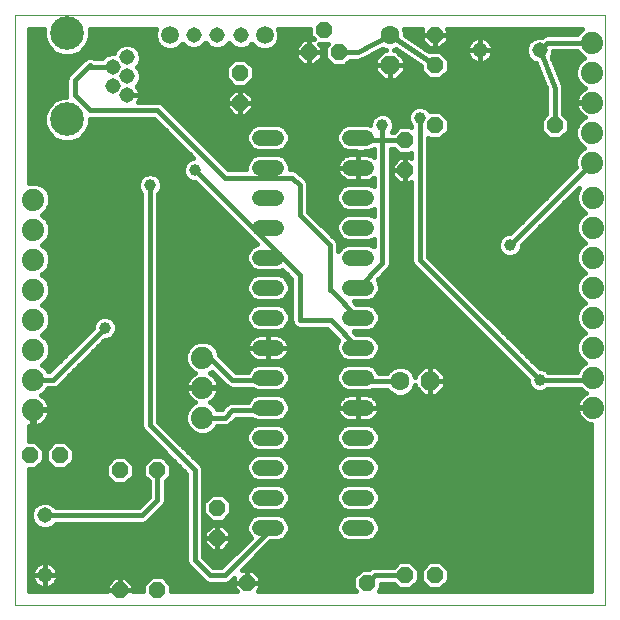
<source format=gbl>
G75*
%MOIN*%
%OFA0B0*%
%FSLAX25Y25*%
%IPPOS*%
%LPD*%
%AMOC8*
5,1,8,0,0,1.08239X$1,22.5*
%
%ADD10C,0.00000*%
%ADD11OC8,0.05200*%
%ADD12C,0.06300*%
%ADD13OC8,0.06300*%
%ADD14C,0.05150*%
%ADD15C,0.11220*%
%ADD16C,0.07400*%
%ADD17C,0.05200*%
%ADD18C,0.05937*%
%ADD19C,0.01600*%
%ADD20C,0.03962*%
D10*
X0008764Y0001800D02*
X0008764Y0198650D01*
X0205615Y0198650D01*
X0205615Y0001800D01*
X0008764Y0001800D01*
D11*
X0043764Y0006800D03*
X0056264Y0006800D03*
X0076264Y0024300D03*
X0076264Y0034300D03*
X0056264Y0046800D03*
X0043764Y0046800D03*
X0023764Y0051800D03*
X0013764Y0051800D03*
X0086264Y0009300D03*
X0126264Y0009300D03*
X0138764Y0011800D03*
X0148764Y0011800D03*
X0138764Y0146800D03*
X0138764Y0156800D03*
X0148764Y0161800D03*
X0148764Y0181800D03*
X0148764Y0191800D03*
X0116796Y0186111D03*
X0111796Y0193611D03*
X0106796Y0186111D03*
X0083764Y0179300D03*
X0083764Y0169300D03*
X0188764Y0161800D03*
D12*
X0133764Y0191800D03*
X0137288Y0076485D03*
D13*
X0147288Y0076485D03*
X0133764Y0181800D03*
D14*
X0163764Y0186800D03*
X0183764Y0186800D03*
X0084138Y0191800D03*
X0076264Y0191800D03*
X0068390Y0191800D03*
X0046205Y0184398D03*
X0041481Y0181249D03*
X0046205Y0178099D03*
X0041481Y0174950D03*
X0046205Y0171800D03*
X0018764Y0031800D03*
X0018764Y0011800D03*
D15*
X0026127Y0163729D03*
X0026127Y0192469D03*
D16*
X0014867Y0136997D03*
X0014867Y0126997D03*
X0014867Y0116997D03*
X0014867Y0106997D03*
X0014867Y0096997D03*
X0014867Y0086997D03*
X0014867Y0076997D03*
X0014867Y0066997D03*
X0071264Y0064300D03*
X0071264Y0074300D03*
X0071264Y0084300D03*
X0201599Y0087686D03*
X0201599Y0077686D03*
X0201599Y0067686D03*
X0201599Y0097686D03*
X0201599Y0107686D03*
X0201599Y0117686D03*
X0201599Y0127686D03*
X0201599Y0137686D03*
X0201264Y0149300D03*
X0201264Y0159300D03*
X0201264Y0169300D03*
X0201264Y0179300D03*
X0201264Y0189300D03*
D17*
X0125774Y0157666D02*
X0120574Y0157666D01*
X0120574Y0147666D02*
X0125774Y0147666D01*
X0125774Y0137666D02*
X0120574Y0137666D01*
X0120574Y0127666D02*
X0125774Y0127666D01*
X0125774Y0117666D02*
X0120574Y0117666D01*
X0120574Y0107666D02*
X0125774Y0107666D01*
X0125774Y0097666D02*
X0120574Y0097666D01*
X0120574Y0087666D02*
X0125774Y0087666D01*
X0125774Y0077666D02*
X0120574Y0077666D01*
X0120574Y0067666D02*
X0125774Y0067666D01*
X0125774Y0057666D02*
X0120574Y0057666D01*
X0120574Y0047666D02*
X0125774Y0047666D01*
X0125774Y0037666D02*
X0120574Y0037666D01*
X0120574Y0027666D02*
X0125774Y0027666D01*
X0095774Y0027666D02*
X0090574Y0027666D01*
X0090574Y0037666D02*
X0095774Y0037666D01*
X0095774Y0047666D02*
X0090574Y0047666D01*
X0090574Y0057666D02*
X0095774Y0057666D01*
X0095774Y0067666D02*
X0090574Y0067666D01*
X0090574Y0077666D02*
X0095774Y0077666D01*
X0095774Y0087666D02*
X0090574Y0087666D01*
X0090574Y0097666D02*
X0095774Y0097666D01*
X0095774Y0107666D02*
X0090574Y0107666D01*
X0090574Y0117666D02*
X0095774Y0117666D01*
X0095774Y0127666D02*
X0090574Y0127666D01*
X0090574Y0137666D02*
X0095774Y0137666D01*
X0095774Y0147666D02*
X0090574Y0147666D01*
X0090574Y0157666D02*
X0095774Y0157666D01*
D18*
X0092012Y0191800D03*
X0060516Y0191800D03*
D19*
X0056464Y0188826D02*
X0047471Y0188826D01*
X0047115Y0188973D02*
X0045295Y0188973D01*
X0043614Y0188277D01*
X0042327Y0186990D01*
X0041844Y0185824D01*
X0040571Y0185824D01*
X0038889Y0185127D01*
X0037811Y0184049D01*
X0035475Y0184049D01*
X0035350Y0184174D01*
X0034321Y0184600D01*
X0033207Y0184600D01*
X0032178Y0184174D01*
X0027178Y0179174D01*
X0026391Y0178386D01*
X0025964Y0177357D01*
X0025964Y0171339D01*
X0024613Y0171339D01*
X0021816Y0170181D01*
X0019675Y0168040D01*
X0018516Y0165243D01*
X0018516Y0162215D01*
X0019675Y0159418D01*
X0021816Y0157277D01*
X0024613Y0156119D01*
X0027640Y0156119D01*
X0030437Y0157277D01*
X0032578Y0159418D01*
X0033737Y0162215D01*
X0033737Y0164000D01*
X0055104Y0164000D01*
X0068323Y0150781D01*
X0067972Y0150781D01*
X0066509Y0150175D01*
X0065389Y0149055D01*
X0064783Y0147592D01*
X0064783Y0146008D01*
X0065389Y0144545D01*
X0066509Y0143425D01*
X0067972Y0142819D01*
X0068786Y0142819D01*
X0089432Y0122172D01*
X0087968Y0121566D01*
X0086674Y0120272D01*
X0085974Y0118581D01*
X0085974Y0116751D01*
X0086674Y0115060D01*
X0087968Y0113766D01*
X0089659Y0113066D01*
X0096689Y0113066D01*
X0097997Y0113608D01*
X0100964Y0110640D01*
X0100964Y0096243D01*
X0101391Y0095214D01*
X0102178Y0094426D01*
X0103207Y0094000D01*
X0112880Y0094000D01*
X0116655Y0090225D01*
X0115974Y0088581D01*
X0115974Y0086751D01*
X0116674Y0085060D01*
X0117968Y0083766D01*
X0119659Y0083066D01*
X0126689Y0083066D01*
X0128379Y0083766D01*
X0129673Y0085060D01*
X0130374Y0086751D01*
X0130374Y0088581D01*
X0129673Y0090272D01*
X0128379Y0091566D01*
X0126689Y0092266D01*
X0122534Y0092266D01*
X0121734Y0093066D01*
X0126689Y0093066D01*
X0128379Y0093766D01*
X0129673Y0095060D01*
X0130374Y0096751D01*
X0130374Y0098581D01*
X0129673Y0100272D01*
X0128379Y0101566D01*
X0126689Y0102266D01*
X0122534Y0102266D01*
X0121734Y0103066D01*
X0126689Y0103066D01*
X0128379Y0103766D01*
X0129673Y0105060D01*
X0130374Y0106751D01*
X0130374Y0108581D01*
X0129693Y0110225D01*
X0133638Y0114171D01*
X0134064Y0115200D01*
X0134064Y0154000D01*
X0135059Y0154000D01*
X0136859Y0152200D01*
X0140670Y0152200D01*
X0140964Y0152495D01*
X0140964Y0150823D01*
X0140587Y0151200D01*
X0138764Y0151200D01*
X0136942Y0151200D01*
X0134364Y0148623D01*
X0134364Y0146800D01*
X0134364Y0144977D01*
X0136942Y0142400D01*
X0138764Y0142400D01*
X0138764Y0146800D01*
X0138764Y0146800D01*
X0134364Y0146800D01*
X0138764Y0146800D01*
X0138764Y0151200D01*
X0138764Y0146800D01*
X0138764Y0146800D01*
X0138764Y0146800D01*
X0138764Y0142400D01*
X0140587Y0142400D01*
X0140964Y0142777D01*
X0140964Y0116243D01*
X0141391Y0115214D01*
X0179783Y0076821D01*
X0179783Y0076008D01*
X0180389Y0074545D01*
X0181509Y0073425D01*
X0182972Y0072819D01*
X0184556Y0072819D01*
X0186019Y0073425D01*
X0186594Y0074000D01*
X0197224Y0074000D01*
X0198370Y0072854D01*
X0199063Y0072567D01*
X0198716Y0072390D01*
X0198016Y0071881D01*
X0197404Y0071269D01*
X0196895Y0070568D01*
X0196502Y0069797D01*
X0196234Y0068974D01*
X0196099Y0068119D01*
X0196099Y0067886D01*
X0200815Y0067886D01*
X0200815Y0067486D01*
X0196099Y0067486D01*
X0196099Y0067253D01*
X0196234Y0066398D01*
X0196502Y0065575D01*
X0196895Y0064803D01*
X0197404Y0064103D01*
X0198016Y0063491D01*
X0198716Y0062982D01*
X0199488Y0062589D01*
X0200311Y0062321D01*
X0200815Y0062241D01*
X0200815Y0006600D01*
X0130070Y0006600D01*
X0130864Y0007395D01*
X0130864Y0009000D01*
X0135059Y0009000D01*
X0136859Y0007200D01*
X0140670Y0007200D01*
X0143364Y0009895D01*
X0143364Y0013705D01*
X0140670Y0016400D01*
X0136859Y0016400D01*
X0135059Y0014600D01*
X0128207Y0014600D01*
X0127178Y0014174D01*
X0126905Y0013900D01*
X0124359Y0013900D01*
X0121664Y0011205D01*
X0121664Y0007395D01*
X0122459Y0006600D01*
X0089787Y0006600D01*
X0090664Y0007477D01*
X0090664Y0009300D01*
X0090664Y0011123D01*
X0088087Y0013700D01*
X0086264Y0013700D01*
X0084624Y0013700D01*
X0093990Y0023066D01*
X0096689Y0023066D01*
X0098379Y0023766D01*
X0099673Y0025060D01*
X0100374Y0026751D01*
X0100374Y0028581D01*
X0099673Y0030272D01*
X0098379Y0031566D01*
X0096689Y0032266D01*
X0089659Y0032266D01*
X0087968Y0031566D01*
X0086674Y0030272D01*
X0085974Y0028581D01*
X0085974Y0026751D01*
X0086674Y0025060D01*
X0087370Y0024365D01*
X0077605Y0014600D01*
X0074924Y0014600D01*
X0071564Y0017960D01*
X0071564Y0047357D01*
X0071138Y0048386D01*
X0070350Y0049174D01*
X0056564Y0062960D01*
X0056564Y0138970D01*
X0057139Y0139545D01*
X0057745Y0141008D01*
X0057745Y0142592D01*
X0057139Y0144055D01*
X0056019Y0145175D01*
X0054556Y0145781D01*
X0052972Y0145781D01*
X0051509Y0145175D01*
X0050389Y0144055D01*
X0049783Y0142592D01*
X0049783Y0141008D01*
X0050389Y0139545D01*
X0050964Y0138970D01*
X0050964Y0061243D01*
X0051391Y0060214D01*
X0065964Y0045640D01*
X0065964Y0016243D01*
X0066391Y0015214D01*
X0071391Y0010214D01*
X0072178Y0009426D01*
X0073207Y0009000D01*
X0079321Y0009000D01*
X0080350Y0009426D01*
X0081138Y0010214D01*
X0081864Y0010940D01*
X0081864Y0009300D01*
X0086264Y0009300D01*
X0086264Y0009300D01*
X0081864Y0009300D01*
X0081864Y0007477D01*
X0082742Y0006600D01*
X0060864Y0006600D01*
X0060864Y0008705D01*
X0058170Y0011400D01*
X0054359Y0011400D01*
X0051664Y0008705D01*
X0051664Y0006600D01*
X0048164Y0006600D01*
X0048164Y0006800D01*
X0048164Y0008623D01*
X0045587Y0011200D01*
X0043764Y0011200D01*
X0041942Y0011200D01*
X0039364Y0008623D01*
X0039364Y0006800D01*
X0039364Y0006600D01*
X0013564Y0006600D01*
X0013564Y0047200D01*
X0015670Y0047200D01*
X0018364Y0049895D01*
X0018364Y0053705D01*
X0015670Y0056400D01*
X0013564Y0056400D01*
X0013564Y0061637D01*
X0013579Y0061632D01*
X0014434Y0061497D01*
X0014667Y0061497D01*
X0014667Y0066797D01*
X0015067Y0066797D01*
X0015067Y0067197D01*
X0020367Y0067197D01*
X0020367Y0067430D01*
X0020231Y0068285D01*
X0019964Y0069108D01*
X0019571Y0069879D01*
X0019062Y0070580D01*
X0018450Y0071192D01*
X0017749Y0071701D01*
X0017402Y0071878D01*
X0018095Y0072165D01*
X0019699Y0073768D01*
X0019876Y0074197D01*
X0022018Y0074197D01*
X0023047Y0074623D01*
X0038743Y0090319D01*
X0039556Y0090319D01*
X0041019Y0090925D01*
X0042139Y0092045D01*
X0042745Y0093508D01*
X0042745Y0095092D01*
X0042139Y0096555D01*
X0041019Y0097675D01*
X0039556Y0098281D01*
X0037972Y0098281D01*
X0036509Y0097675D01*
X0035389Y0096555D01*
X0034783Y0095092D01*
X0034783Y0094279D01*
X0020301Y0079797D01*
X0019876Y0079797D01*
X0019699Y0080226D01*
X0018095Y0081829D01*
X0017690Y0081997D01*
X0018095Y0082165D01*
X0019699Y0083768D01*
X0020567Y0085863D01*
X0020567Y0088131D01*
X0019699Y0090226D01*
X0018095Y0091829D01*
X0017690Y0091997D01*
X0018095Y0092165D01*
X0019699Y0093768D01*
X0020567Y0095863D01*
X0020567Y0098131D01*
X0019699Y0100226D01*
X0018095Y0101829D01*
X0017690Y0101997D01*
X0018095Y0102165D01*
X0019699Y0103768D01*
X0020567Y0105863D01*
X0020567Y0108131D01*
X0019699Y0110226D01*
X0018095Y0111829D01*
X0017690Y0111997D01*
X0018095Y0112165D01*
X0019699Y0113768D01*
X0020567Y0115863D01*
X0020567Y0118131D01*
X0019699Y0120226D01*
X0018095Y0121829D01*
X0017690Y0121997D01*
X0018095Y0122165D01*
X0019699Y0123768D01*
X0020567Y0125863D01*
X0020567Y0128131D01*
X0019699Y0130226D01*
X0018095Y0131829D01*
X0017690Y0131997D01*
X0018095Y0132165D01*
X0019699Y0133768D01*
X0020567Y0135863D01*
X0020567Y0138131D01*
X0019699Y0140226D01*
X0018095Y0141829D01*
X0016000Y0142697D01*
X0013733Y0142697D01*
X0013564Y0142627D01*
X0013564Y0193850D01*
X0018516Y0193850D01*
X0018516Y0190956D01*
X0019675Y0188158D01*
X0021816Y0186018D01*
X0024613Y0184859D01*
X0027640Y0184859D01*
X0030437Y0186018D01*
X0032578Y0188158D01*
X0033737Y0190956D01*
X0033737Y0193850D01*
X0055988Y0193850D01*
X0055548Y0192788D01*
X0055548Y0190812D01*
X0056304Y0188986D01*
X0057702Y0187588D01*
X0059528Y0186831D01*
X0061505Y0186831D01*
X0063331Y0187588D01*
X0064728Y0188986D01*
X0064730Y0188990D01*
X0065799Y0187922D01*
X0067480Y0187225D01*
X0069300Y0187225D01*
X0070982Y0187922D01*
X0072269Y0189209D01*
X0072327Y0189350D01*
X0072386Y0189209D01*
X0073673Y0187922D01*
X0075354Y0187225D01*
X0077174Y0187225D01*
X0078856Y0187922D01*
X0080143Y0189209D01*
X0080201Y0189350D01*
X0080260Y0189209D01*
X0081547Y0187922D01*
X0083228Y0187225D01*
X0085048Y0187225D01*
X0086730Y0187922D01*
X0087798Y0188990D01*
X0087800Y0188986D01*
X0089198Y0187588D01*
X0091024Y0186831D01*
X0093001Y0186831D01*
X0094827Y0187588D01*
X0096224Y0188986D01*
X0096981Y0190812D01*
X0096981Y0192788D01*
X0096541Y0193850D01*
X0107196Y0193850D01*
X0107196Y0191706D01*
X0108390Y0190511D01*
X0106796Y0190511D01*
X0106796Y0186111D01*
X0106796Y0186111D01*
X0111196Y0186111D01*
X0111196Y0187934D01*
X0110118Y0189011D01*
X0113190Y0189011D01*
X0112196Y0188016D01*
X0112196Y0184206D01*
X0114890Y0181511D01*
X0118701Y0181511D01*
X0120501Y0183311D01*
X0122657Y0183311D01*
X0122790Y0183270D01*
X0123210Y0183311D01*
X0123632Y0183311D01*
X0123761Y0183364D01*
X0123899Y0183378D01*
X0124272Y0183576D01*
X0124661Y0183737D01*
X0124760Y0183836D01*
X0131226Y0187277D01*
X0132499Y0186750D01*
X0131714Y0186750D01*
X0128814Y0183850D01*
X0128814Y0181800D01*
X0128814Y0179750D01*
X0131714Y0176850D01*
X0133764Y0176850D01*
X0133764Y0181800D01*
X0133764Y0181800D01*
X0128814Y0181800D01*
X0133764Y0181800D01*
X0133764Y0181800D01*
X0133764Y0176850D01*
X0135815Y0176850D01*
X0138714Y0179750D01*
X0138714Y0181800D01*
X0133764Y0181800D01*
X0138714Y0181800D01*
X0138714Y0183850D01*
X0135815Y0186750D01*
X0135030Y0186750D01*
X0135808Y0187072D01*
X0144164Y0181501D01*
X0144164Y0179895D01*
X0146859Y0177200D01*
X0150670Y0177200D01*
X0153364Y0179895D01*
X0153364Y0183705D01*
X0150670Y0186400D01*
X0146912Y0186400D01*
X0138914Y0191732D01*
X0138914Y0192824D01*
X0138489Y0193850D01*
X0144592Y0193850D01*
X0144364Y0193623D01*
X0144364Y0191800D01*
X0144364Y0189977D01*
X0146942Y0187400D01*
X0148764Y0187400D01*
X0148764Y0191800D01*
X0148764Y0191800D01*
X0144364Y0191800D01*
X0148764Y0191800D01*
X0148764Y0191800D01*
X0148764Y0187400D01*
X0150587Y0187400D01*
X0153164Y0189977D01*
X0153164Y0191800D01*
X0153164Y0193623D01*
X0152936Y0193850D01*
X0197754Y0193850D01*
X0196432Y0192529D01*
X0196254Y0192100D01*
X0185707Y0192100D01*
X0184678Y0191674D01*
X0184379Y0191375D01*
X0182854Y0191375D01*
X0181173Y0190678D01*
X0179886Y0189391D01*
X0179189Y0187710D01*
X0179189Y0185890D01*
X0179886Y0184209D01*
X0181173Y0182922D01*
X0182524Y0182362D01*
X0185964Y0173761D01*
X0185964Y0165505D01*
X0184164Y0163705D01*
X0184164Y0159895D01*
X0186859Y0157200D01*
X0190670Y0157200D01*
X0193364Y0159895D01*
X0193364Y0163705D01*
X0191564Y0165505D01*
X0191564Y0174283D01*
X0191571Y0174823D01*
X0191564Y0174839D01*
X0191564Y0174857D01*
X0191358Y0175356D01*
X0187731Y0184422D01*
X0188339Y0185890D01*
X0188339Y0186500D01*
X0196254Y0186500D01*
X0196432Y0186071D01*
X0198035Y0184468D01*
X0198441Y0184300D01*
X0198035Y0184132D01*
X0196432Y0182529D01*
X0195564Y0180434D01*
X0195564Y0178166D01*
X0196432Y0176071D01*
X0198035Y0174468D01*
X0198728Y0174181D01*
X0198382Y0174004D01*
X0197681Y0173495D01*
X0197069Y0172883D01*
X0196560Y0172183D01*
X0196167Y0171411D01*
X0195900Y0170588D01*
X0195764Y0169733D01*
X0195764Y0169500D01*
X0200815Y0169500D01*
X0200815Y0169100D01*
X0195764Y0169100D01*
X0195764Y0168867D01*
X0195900Y0168012D01*
X0196167Y0167189D01*
X0196560Y0166417D01*
X0197069Y0165717D01*
X0197681Y0165105D01*
X0198382Y0164596D01*
X0198728Y0164419D01*
X0198035Y0164132D01*
X0196432Y0162529D01*
X0195564Y0160434D01*
X0195564Y0158166D01*
X0196432Y0156071D01*
X0198035Y0154468D01*
X0198441Y0154300D01*
X0198035Y0154132D01*
X0196432Y0152529D01*
X0195564Y0150434D01*
X0195564Y0148166D01*
X0195742Y0147737D01*
X0173786Y0125781D01*
X0172972Y0125781D01*
X0171509Y0125175D01*
X0170389Y0124055D01*
X0169783Y0122592D01*
X0169783Y0121008D01*
X0170389Y0119545D01*
X0171509Y0118425D01*
X0172972Y0117819D01*
X0174556Y0117819D01*
X0176019Y0118425D01*
X0177139Y0119545D01*
X0177745Y0121008D01*
X0177745Y0121821D01*
X0196716Y0140792D01*
X0195899Y0138820D01*
X0195899Y0136552D01*
X0196767Y0134457D01*
X0198370Y0132854D01*
X0198775Y0132686D01*
X0198370Y0132518D01*
X0196767Y0130915D01*
X0195899Y0128820D01*
X0195899Y0126552D01*
X0196767Y0124457D01*
X0198370Y0122854D01*
X0198775Y0122686D01*
X0198370Y0122518D01*
X0196767Y0120915D01*
X0195899Y0118820D01*
X0195899Y0116552D01*
X0196767Y0114457D01*
X0198370Y0112854D01*
X0198775Y0112686D01*
X0198370Y0112518D01*
X0196767Y0110915D01*
X0195899Y0108820D01*
X0195899Y0106552D01*
X0196767Y0104457D01*
X0198370Y0102854D01*
X0198775Y0102686D01*
X0198370Y0102518D01*
X0196767Y0100915D01*
X0195899Y0098820D01*
X0195899Y0096552D01*
X0196767Y0094457D01*
X0198370Y0092854D01*
X0198775Y0092686D01*
X0198370Y0092518D01*
X0196767Y0090915D01*
X0195899Y0088820D01*
X0195899Y0086552D01*
X0196767Y0084457D01*
X0198370Y0082854D01*
X0198775Y0082686D01*
X0198370Y0082518D01*
X0196767Y0080915D01*
X0196222Y0079600D01*
X0186594Y0079600D01*
X0186019Y0080175D01*
X0184556Y0080781D01*
X0183743Y0080781D01*
X0146564Y0117960D01*
X0146564Y0157495D01*
X0146859Y0157200D01*
X0150670Y0157200D01*
X0153364Y0159895D01*
X0153364Y0163705D01*
X0150670Y0166400D01*
X0147204Y0166400D01*
X0147139Y0166555D01*
X0146019Y0167675D01*
X0144556Y0168281D01*
X0142972Y0168281D01*
X0141509Y0167675D01*
X0140389Y0166555D01*
X0139783Y0165092D01*
X0139783Y0163508D01*
X0140389Y0162045D01*
X0140964Y0161470D01*
X0140964Y0161105D01*
X0140670Y0161400D01*
X0136859Y0161400D01*
X0135059Y0159600D01*
X0134662Y0159600D01*
X0135245Y0161008D01*
X0135245Y0162592D01*
X0134639Y0164055D01*
X0133519Y0165175D01*
X0132056Y0165781D01*
X0130472Y0165781D01*
X0129009Y0165175D01*
X0127889Y0164055D01*
X0127283Y0162592D01*
X0127283Y0162020D01*
X0126689Y0162266D01*
X0119659Y0162266D01*
X0117968Y0161566D01*
X0116674Y0160272D01*
X0115974Y0158581D01*
X0115974Y0156751D01*
X0116674Y0155060D01*
X0117968Y0153766D01*
X0119659Y0153066D01*
X0122651Y0153066D01*
X0123248Y0152819D01*
X0124832Y0152819D01*
X0125429Y0153066D01*
X0126689Y0153066D01*
X0128379Y0153766D01*
X0128464Y0153851D01*
X0128464Y0151150D01*
X0128080Y0151429D01*
X0127463Y0151744D01*
X0126804Y0151958D01*
X0126120Y0152066D01*
X0123174Y0152066D01*
X0123174Y0147666D01*
X0123174Y0143266D01*
X0126120Y0143266D01*
X0126804Y0143374D01*
X0127463Y0143588D01*
X0128080Y0143903D01*
X0128464Y0144182D01*
X0128464Y0141481D01*
X0128379Y0141566D01*
X0126689Y0142266D01*
X0119659Y0142266D01*
X0117968Y0141566D01*
X0116674Y0140272D01*
X0115974Y0138581D01*
X0115974Y0136751D01*
X0116674Y0135060D01*
X0117968Y0133766D01*
X0119659Y0133066D01*
X0126689Y0133066D01*
X0128379Y0133766D01*
X0128464Y0133851D01*
X0128464Y0131481D01*
X0128379Y0131566D01*
X0126689Y0132266D01*
X0119659Y0132266D01*
X0117968Y0131566D01*
X0116674Y0130272D01*
X0115974Y0128581D01*
X0115974Y0126751D01*
X0116674Y0125060D01*
X0117968Y0123766D01*
X0119659Y0123066D01*
X0126689Y0123066D01*
X0128379Y0123766D01*
X0128464Y0123851D01*
X0128464Y0121481D01*
X0128379Y0121566D01*
X0126689Y0122266D01*
X0119659Y0122266D01*
X0117968Y0121566D01*
X0116674Y0120272D01*
X0116564Y0120007D01*
X0116564Y0122357D01*
X0116138Y0123386D01*
X0115350Y0124174D01*
X0106564Y0132960D01*
X0106564Y0142357D01*
X0106138Y0143386D01*
X0105350Y0144174D01*
X0102850Y0146674D01*
X0101821Y0147100D01*
X0100374Y0147100D01*
X0100374Y0148581D01*
X0099673Y0150272D01*
X0098379Y0151566D01*
X0096689Y0152266D01*
X0089659Y0152266D01*
X0087968Y0151566D01*
X0086674Y0150272D01*
X0085974Y0148581D01*
X0085974Y0147100D01*
X0079924Y0147100D01*
X0057850Y0169174D01*
X0056821Y0169600D01*
X0049994Y0169600D01*
X0050260Y0170121D01*
X0050472Y0170776D01*
X0050580Y0171456D01*
X0050580Y0171800D01*
X0050580Y0172144D01*
X0050472Y0172824D01*
X0050260Y0173479D01*
X0049947Y0174093D01*
X0049542Y0174650D01*
X0049384Y0174808D01*
X0050084Y0175508D01*
X0050780Y0177189D01*
X0050780Y0179009D01*
X0050084Y0180691D01*
X0049525Y0181249D01*
X0050084Y0181807D01*
X0050780Y0183488D01*
X0050780Y0185308D01*
X0050084Y0186990D01*
X0048797Y0188277D01*
X0047115Y0188973D01*
X0044939Y0188826D02*
X0032855Y0188826D01*
X0033517Y0190424D02*
X0055708Y0190424D01*
X0055548Y0192023D02*
X0033737Y0192023D01*
X0033737Y0193621D02*
X0055893Y0193621D01*
X0058572Y0187227D02*
X0049846Y0187227D01*
X0050647Y0185629D02*
X0102396Y0185629D01*
X0102396Y0186111D02*
X0102396Y0184288D01*
X0104973Y0181711D01*
X0106796Y0181711D01*
X0108618Y0181711D01*
X0111196Y0184288D01*
X0111196Y0186111D01*
X0106796Y0186111D01*
X0106796Y0181711D01*
X0106796Y0186111D01*
X0106796Y0186111D01*
X0106796Y0186111D01*
X0106796Y0190511D01*
X0104973Y0190511D01*
X0102396Y0187934D01*
X0102396Y0186111D01*
X0106796Y0186111D01*
X0106796Y0186111D01*
X0102396Y0186111D01*
X0102396Y0187227D02*
X0093956Y0187227D01*
X0096065Y0188826D02*
X0103288Y0188826D01*
X0104887Y0190424D02*
X0096820Y0190424D01*
X0096981Y0192023D02*
X0107196Y0192023D01*
X0107196Y0193621D02*
X0096636Y0193621D01*
X0090068Y0187227D02*
X0085053Y0187227D01*
X0083223Y0187227D02*
X0077179Y0187227D01*
X0075349Y0187227D02*
X0069305Y0187227D01*
X0067475Y0187227D02*
X0062460Y0187227D01*
X0064569Y0188826D02*
X0064895Y0188826D01*
X0071886Y0188826D02*
X0072769Y0188826D01*
X0079760Y0188826D02*
X0080643Y0188826D01*
X0081859Y0183900D02*
X0079164Y0181205D01*
X0079164Y0177395D01*
X0081859Y0174700D01*
X0085670Y0174700D01*
X0088364Y0177395D01*
X0088364Y0181205D01*
X0085670Y0183900D01*
X0081859Y0183900D01*
X0080391Y0182432D02*
X0050342Y0182432D01*
X0049941Y0180833D02*
X0079164Y0180833D01*
X0079164Y0179235D02*
X0050687Y0179235D01*
X0050780Y0177636D02*
X0079164Y0177636D01*
X0080521Y0176038D02*
X0050303Y0176038D01*
X0049695Y0174439D02*
X0185693Y0174439D01*
X0185964Y0172841D02*
X0086446Y0172841D01*
X0085587Y0173700D02*
X0083764Y0173700D01*
X0081942Y0173700D01*
X0079364Y0171123D01*
X0079364Y0169300D01*
X0079364Y0167477D01*
X0081942Y0164900D01*
X0083764Y0164900D01*
X0083764Y0169300D01*
X0083764Y0169300D01*
X0079364Y0169300D01*
X0083764Y0169300D01*
X0083764Y0173700D01*
X0083764Y0169300D01*
X0083764Y0169300D01*
X0083764Y0169300D01*
X0083764Y0164900D01*
X0085587Y0164900D01*
X0088164Y0167477D01*
X0088164Y0169300D01*
X0088164Y0171123D01*
X0085587Y0173700D01*
X0083764Y0172841D02*
X0083764Y0172841D01*
X0083764Y0171242D02*
X0083764Y0171242D01*
X0083764Y0169644D02*
X0083764Y0169644D01*
X0083764Y0169300D02*
X0088164Y0169300D01*
X0083764Y0169300D01*
X0083764Y0169300D01*
X0083764Y0168045D02*
X0083764Y0168045D01*
X0083764Y0166447D02*
X0083764Y0166447D01*
X0080395Y0166447D02*
X0060577Y0166447D01*
X0058979Y0168045D02*
X0079364Y0168045D01*
X0079364Y0169644D02*
X0050016Y0169644D01*
X0050546Y0171242D02*
X0079484Y0171242D01*
X0081082Y0172841D02*
X0050467Y0172841D01*
X0050580Y0171800D02*
X0046205Y0171800D01*
X0046205Y0171800D01*
X0050580Y0171800D01*
X0056264Y0166800D02*
X0078764Y0144300D01*
X0101264Y0144300D01*
X0103764Y0141800D01*
X0103764Y0131800D01*
X0113764Y0121800D01*
X0113764Y0106800D01*
X0114040Y0106800D01*
X0123174Y0097666D01*
X0121885Y0092915D02*
X0163689Y0092915D01*
X0162091Y0094514D02*
X0129127Y0094514D01*
X0130109Y0096112D02*
X0160492Y0096112D01*
X0158894Y0097711D02*
X0130374Y0097711D01*
X0130072Y0099309D02*
X0157295Y0099309D01*
X0155697Y0100908D02*
X0129038Y0100908D01*
X0128718Y0104105D02*
X0152500Y0104105D01*
X0150901Y0105703D02*
X0129940Y0105703D01*
X0130374Y0107302D02*
X0149303Y0107302D01*
X0147704Y0108900D02*
X0130242Y0108900D01*
X0129966Y0110499D02*
X0146106Y0110499D01*
X0144507Y0112097D02*
X0131565Y0112097D01*
X0133163Y0113696D02*
X0142909Y0113696D01*
X0141357Y0115294D02*
X0134064Y0115294D01*
X0134064Y0116893D02*
X0140964Y0116893D01*
X0140964Y0118491D02*
X0134064Y0118491D01*
X0134064Y0120090D02*
X0140964Y0120090D01*
X0140964Y0121688D02*
X0134064Y0121688D01*
X0134064Y0123287D02*
X0140964Y0123287D01*
X0140964Y0124885D02*
X0134064Y0124885D01*
X0134064Y0126484D02*
X0140964Y0126484D01*
X0140964Y0128082D02*
X0134064Y0128082D01*
X0134064Y0129681D02*
X0140964Y0129681D01*
X0140964Y0131279D02*
X0134064Y0131279D01*
X0134064Y0132878D02*
X0140964Y0132878D01*
X0140964Y0134476D02*
X0134064Y0134476D01*
X0134064Y0136075D02*
X0140964Y0136075D01*
X0140964Y0137673D02*
X0134064Y0137673D01*
X0134064Y0139272D02*
X0140964Y0139272D01*
X0140964Y0140870D02*
X0134064Y0140870D01*
X0134064Y0142469D02*
X0136873Y0142469D01*
X0138764Y0142469D02*
X0138764Y0142469D01*
X0138764Y0144068D02*
X0138764Y0144068D01*
X0138764Y0145666D02*
X0138764Y0145666D01*
X0138764Y0147265D02*
X0138764Y0147265D01*
X0138764Y0148863D02*
X0138764Y0148863D01*
X0138764Y0150462D02*
X0138764Y0150462D01*
X0136203Y0150462D02*
X0134064Y0150462D01*
X0134064Y0152060D02*
X0140964Y0152060D01*
X0146564Y0152060D02*
X0196238Y0152060D01*
X0195576Y0150462D02*
X0146564Y0150462D01*
X0146564Y0148863D02*
X0195564Y0148863D01*
X0195269Y0147265D02*
X0146564Y0147265D01*
X0146564Y0145666D02*
X0193671Y0145666D01*
X0192072Y0144068D02*
X0146564Y0144068D01*
X0146564Y0142469D02*
X0190474Y0142469D01*
X0188875Y0140870D02*
X0146564Y0140870D01*
X0146564Y0139272D02*
X0187276Y0139272D01*
X0185678Y0137673D02*
X0146564Y0137673D01*
X0146564Y0136075D02*
X0184079Y0136075D01*
X0182481Y0134476D02*
X0146564Y0134476D01*
X0146564Y0132878D02*
X0180882Y0132878D01*
X0179284Y0131279D02*
X0146564Y0131279D01*
X0146564Y0129681D02*
X0177685Y0129681D01*
X0176087Y0128082D02*
X0146564Y0128082D01*
X0146564Y0126484D02*
X0174488Y0126484D01*
X0171220Y0124885D02*
X0146564Y0124885D01*
X0146564Y0123287D02*
X0170071Y0123287D01*
X0169783Y0121688D02*
X0146564Y0121688D01*
X0146564Y0120090D02*
X0170164Y0120090D01*
X0171443Y0118491D02*
X0146564Y0118491D01*
X0147631Y0116893D02*
X0195899Y0116893D01*
X0195899Y0118491D02*
X0176086Y0118491D01*
X0177365Y0120090D02*
X0196425Y0120090D01*
X0197540Y0121688D02*
X0177745Y0121688D01*
X0179211Y0123287D02*
X0197937Y0123287D01*
X0196589Y0124885D02*
X0180809Y0124885D01*
X0182408Y0126484D02*
X0195927Y0126484D01*
X0195899Y0128082D02*
X0184006Y0128082D01*
X0185605Y0129681D02*
X0196256Y0129681D01*
X0197132Y0131279D02*
X0187203Y0131279D01*
X0188802Y0132878D02*
X0198346Y0132878D01*
X0196759Y0134476D02*
X0190401Y0134476D01*
X0191999Y0136075D02*
X0196097Y0136075D01*
X0195899Y0137673D02*
X0193598Y0137673D01*
X0195196Y0139272D02*
X0196086Y0139272D01*
X0201264Y0149300D02*
X0173764Y0121800D01*
X0158821Y0105703D02*
X0196251Y0105703D01*
X0195899Y0107302D02*
X0157222Y0107302D01*
X0155624Y0108900D02*
X0195932Y0108900D01*
X0196594Y0110499D02*
X0154025Y0110499D01*
X0152427Y0112097D02*
X0197949Y0112097D01*
X0197528Y0113696D02*
X0150828Y0113696D01*
X0149230Y0115294D02*
X0196420Y0115294D01*
X0197119Y0104105D02*
X0160419Y0104105D01*
X0162018Y0102506D02*
X0198358Y0102506D01*
X0196764Y0100908D02*
X0163616Y0100908D01*
X0165215Y0099309D02*
X0196102Y0099309D01*
X0195899Y0097711D02*
X0166813Y0097711D01*
X0168412Y0096112D02*
X0196081Y0096112D01*
X0196743Y0094514D02*
X0170010Y0094514D01*
X0171609Y0092915D02*
X0198309Y0092915D01*
X0197169Y0091317D02*
X0173207Y0091317D01*
X0174806Y0089718D02*
X0196271Y0089718D01*
X0195899Y0088120D02*
X0176404Y0088120D01*
X0178003Y0086521D02*
X0195912Y0086521D01*
X0196574Y0084923D02*
X0179601Y0084923D01*
X0181200Y0083324D02*
X0197900Y0083324D01*
X0197578Y0081726D02*
X0182799Y0081726D01*
X0186067Y0080127D02*
X0196441Y0080127D01*
X0200713Y0076800D02*
X0201599Y0077686D01*
X0200713Y0076800D02*
X0183764Y0076800D01*
X0143764Y0116800D01*
X0143764Y0164300D01*
X0140783Y0161651D02*
X0135245Y0161651D01*
X0135512Y0160053D02*
X0134850Y0160053D01*
X0134973Y0163250D02*
X0139890Y0163250D01*
X0139783Y0164848D02*
X0133846Y0164848D01*
X0131264Y0161800D02*
X0131264Y0115757D01*
X0123174Y0107666D01*
X0122293Y0102506D02*
X0154098Y0102506D01*
X0165288Y0091317D02*
X0128629Y0091317D01*
X0129903Y0089718D02*
X0166886Y0089718D01*
X0168485Y0088120D02*
X0130374Y0088120D01*
X0130278Y0086521D02*
X0170083Y0086521D01*
X0171682Y0084923D02*
X0129536Y0084923D01*
X0127311Y0083324D02*
X0173280Y0083324D01*
X0174879Y0081726D02*
X0127994Y0081726D01*
X0128379Y0081566D02*
X0126689Y0082266D01*
X0119659Y0082266D01*
X0117968Y0081566D01*
X0116674Y0080272D01*
X0115974Y0078581D01*
X0115974Y0076751D01*
X0116674Y0075060D01*
X0117968Y0073766D01*
X0119659Y0073066D01*
X0126689Y0073066D01*
X0128183Y0073685D01*
X0132873Y0073685D01*
X0132922Y0073568D01*
X0134371Y0072119D01*
X0136264Y0071335D01*
X0138312Y0071335D01*
X0140205Y0072119D01*
X0141654Y0073568D01*
X0142338Y0075219D01*
X0142338Y0074435D01*
X0145238Y0071535D01*
X0147288Y0071535D01*
X0149338Y0071535D01*
X0152238Y0074435D01*
X0152238Y0076485D01*
X0147288Y0076485D01*
X0147288Y0076485D01*
X0152238Y0076485D01*
X0152238Y0078535D01*
X0149338Y0081435D01*
X0147288Y0081435D01*
X0147288Y0076485D01*
X0147288Y0071535D01*
X0147288Y0076485D01*
X0147288Y0076485D01*
X0147288Y0076485D01*
X0147288Y0081435D01*
X0145238Y0081435D01*
X0142338Y0078535D01*
X0142338Y0077751D01*
X0141654Y0079402D01*
X0140205Y0080851D01*
X0138312Y0081635D01*
X0136264Y0081635D01*
X0134371Y0080851D01*
X0132922Y0079402D01*
X0132873Y0079285D01*
X0130082Y0079285D01*
X0129673Y0080272D01*
X0128379Y0081566D01*
X0129733Y0080127D02*
X0133647Y0080127D01*
X0137288Y0076485D02*
X0124355Y0076485D01*
X0123174Y0077666D01*
X0118354Y0081726D02*
X0097994Y0081726D01*
X0098379Y0081566D02*
X0096689Y0082266D01*
X0089659Y0082266D01*
X0087968Y0081566D01*
X0086674Y0080272D01*
X0086396Y0079600D01*
X0082424Y0079600D01*
X0076964Y0085060D01*
X0076964Y0085434D01*
X0076097Y0087529D01*
X0074493Y0089132D01*
X0072398Y0090000D01*
X0070130Y0090000D01*
X0068035Y0089132D01*
X0066432Y0087529D01*
X0065564Y0085434D01*
X0065564Y0083166D01*
X0066432Y0081071D01*
X0068035Y0079468D01*
X0068728Y0079181D01*
X0068382Y0079004D01*
X0067681Y0078495D01*
X0067069Y0077883D01*
X0066560Y0077183D01*
X0066167Y0076411D01*
X0065900Y0075588D01*
X0065764Y0074733D01*
X0065764Y0074500D01*
X0071064Y0074500D01*
X0071064Y0074100D01*
X0065764Y0074100D01*
X0065764Y0073867D01*
X0065900Y0073012D01*
X0066167Y0072189D01*
X0066560Y0071417D01*
X0067069Y0070717D01*
X0067681Y0070105D01*
X0068382Y0069596D01*
X0068728Y0069419D01*
X0068035Y0069132D01*
X0066432Y0067529D01*
X0065564Y0065434D01*
X0065564Y0063166D01*
X0066432Y0061071D01*
X0068035Y0059468D01*
X0070130Y0058600D01*
X0072398Y0058600D01*
X0074493Y0059468D01*
X0076097Y0061071D01*
X0076274Y0061500D01*
X0079321Y0061500D01*
X0080350Y0061926D01*
X0082424Y0064000D01*
X0087735Y0064000D01*
X0087968Y0063766D01*
X0089659Y0063066D01*
X0096689Y0063066D01*
X0098379Y0063766D01*
X0099673Y0065060D01*
X0100374Y0066751D01*
X0100374Y0068581D01*
X0099673Y0070272D01*
X0098379Y0071566D01*
X0096689Y0072266D01*
X0089659Y0072266D01*
X0087968Y0071566D01*
X0086674Y0070272D01*
X0086396Y0069600D01*
X0080707Y0069600D01*
X0079678Y0069174D01*
X0078891Y0068386D01*
X0077604Y0067100D01*
X0076274Y0067100D01*
X0076097Y0067529D01*
X0074493Y0069132D01*
X0073800Y0069419D01*
X0074147Y0069596D01*
X0074847Y0070105D01*
X0075459Y0070717D01*
X0075968Y0071417D01*
X0076361Y0072189D01*
X0076629Y0073012D01*
X0076764Y0073867D01*
X0076764Y0074100D01*
X0071464Y0074100D01*
X0071464Y0074500D01*
X0076764Y0074500D01*
X0076764Y0074733D01*
X0076629Y0075588D01*
X0076361Y0076411D01*
X0075968Y0077183D01*
X0075459Y0077883D01*
X0074847Y0078495D01*
X0074147Y0079004D01*
X0073800Y0079181D01*
X0074493Y0079468D01*
X0074565Y0079540D01*
X0078891Y0075214D01*
X0079678Y0074426D01*
X0080707Y0074000D01*
X0087734Y0074000D01*
X0087968Y0073766D01*
X0089659Y0073066D01*
X0096689Y0073066D01*
X0098379Y0073766D01*
X0099673Y0075060D01*
X0100374Y0076751D01*
X0100374Y0078581D01*
X0099673Y0080272D01*
X0098379Y0081566D01*
X0099733Y0080127D02*
X0116614Y0080127D01*
X0115974Y0078529D02*
X0100374Y0078529D01*
X0100374Y0076930D02*
X0115974Y0076930D01*
X0116562Y0075332D02*
X0099786Y0075332D01*
X0098299Y0073733D02*
X0118049Y0073733D01*
X0118885Y0071744D02*
X0118268Y0071429D01*
X0117707Y0071022D01*
X0117218Y0070533D01*
X0116811Y0069972D01*
X0116496Y0069355D01*
X0116282Y0068696D01*
X0116174Y0068012D01*
X0116174Y0067666D01*
X0116174Y0067320D01*
X0116282Y0066636D01*
X0116496Y0065977D01*
X0116811Y0065360D01*
X0117218Y0064800D01*
X0117707Y0064310D01*
X0118268Y0063903D01*
X0118885Y0063588D01*
X0119543Y0063374D01*
X0120227Y0063266D01*
X0123174Y0063266D01*
X0126120Y0063266D01*
X0126804Y0063374D01*
X0127463Y0063588D01*
X0128080Y0063903D01*
X0128640Y0064310D01*
X0129130Y0064800D01*
X0129537Y0065360D01*
X0129851Y0065977D01*
X0130065Y0066636D01*
X0130174Y0067320D01*
X0130174Y0067666D01*
X0123174Y0067666D01*
X0123174Y0067666D01*
X0123174Y0063266D01*
X0123174Y0067666D01*
X0123174Y0067666D01*
X0130174Y0067666D01*
X0130174Y0068012D01*
X0130065Y0068696D01*
X0129851Y0069355D01*
X0129537Y0069972D01*
X0129130Y0070533D01*
X0128640Y0071022D01*
X0128080Y0071429D01*
X0127463Y0071744D01*
X0126804Y0071958D01*
X0126120Y0072066D01*
X0123174Y0072066D01*
X0123174Y0067666D01*
X0123174Y0067666D01*
X0116174Y0067666D01*
X0123174Y0067666D01*
X0123174Y0067666D01*
X0123174Y0072066D01*
X0120227Y0072066D01*
X0119543Y0071958D01*
X0118885Y0071744D01*
X0117221Y0070536D02*
X0099409Y0070536D01*
X0100226Y0068937D02*
X0116360Y0068937D01*
X0116174Y0067339D02*
X0100374Y0067339D01*
X0099955Y0065740D02*
X0116617Y0065740D01*
X0117939Y0064142D02*
X0098755Y0064142D01*
X0098379Y0061566D02*
X0096689Y0062266D01*
X0089659Y0062266D01*
X0087968Y0061566D01*
X0086674Y0060272D01*
X0085974Y0058581D01*
X0085974Y0056751D01*
X0086674Y0055060D01*
X0087968Y0053766D01*
X0089659Y0053066D01*
X0096689Y0053066D01*
X0098379Y0053766D01*
X0099673Y0055060D01*
X0100374Y0056751D01*
X0100374Y0058581D01*
X0099673Y0060272D01*
X0098379Y0061566D01*
X0099000Y0060945D02*
X0117347Y0060945D01*
X0117968Y0061566D02*
X0116674Y0060272D01*
X0115974Y0058581D01*
X0115974Y0056751D01*
X0116674Y0055060D01*
X0117968Y0053766D01*
X0119659Y0053066D01*
X0126689Y0053066D01*
X0128379Y0053766D01*
X0129673Y0055060D01*
X0130374Y0056751D01*
X0130374Y0058581D01*
X0129673Y0060272D01*
X0128379Y0061566D01*
X0126689Y0062266D01*
X0119659Y0062266D01*
X0117968Y0061566D01*
X0116291Y0059346D02*
X0100057Y0059346D01*
X0100374Y0057748D02*
X0115974Y0057748D01*
X0116223Y0056149D02*
X0100124Y0056149D01*
X0099164Y0054551D02*
X0117184Y0054551D01*
X0117968Y0051566D02*
X0119659Y0052266D01*
X0126689Y0052266D01*
X0128379Y0051566D01*
X0129673Y0050272D01*
X0130374Y0048581D01*
X0130374Y0046751D01*
X0129673Y0045060D01*
X0128379Y0043766D01*
X0126689Y0043066D01*
X0119659Y0043066D01*
X0117968Y0043766D01*
X0116674Y0045060D01*
X0115974Y0046751D01*
X0115974Y0048581D01*
X0116674Y0050272D01*
X0117968Y0051566D01*
X0117756Y0051354D02*
X0098591Y0051354D01*
X0098379Y0051566D02*
X0096689Y0052266D01*
X0089659Y0052266D01*
X0087968Y0051566D01*
X0086674Y0050272D01*
X0085974Y0048581D01*
X0085974Y0046751D01*
X0086674Y0045060D01*
X0087968Y0043766D01*
X0089659Y0043066D01*
X0096689Y0043066D01*
X0098379Y0043766D01*
X0099673Y0045060D01*
X0100374Y0046751D01*
X0100374Y0048581D01*
X0099673Y0050272D01*
X0098379Y0051566D01*
X0099887Y0049755D02*
X0116460Y0049755D01*
X0115974Y0048157D02*
X0100374Y0048157D01*
X0100294Y0046558D02*
X0116054Y0046558D01*
X0116775Y0044960D02*
X0099573Y0044960D01*
X0097401Y0043361D02*
X0118946Y0043361D01*
X0119659Y0042266D02*
X0117968Y0041566D01*
X0116674Y0040272D01*
X0115974Y0038581D01*
X0115974Y0036751D01*
X0116674Y0035060D01*
X0117968Y0033766D01*
X0119659Y0033066D01*
X0126689Y0033066D01*
X0128379Y0033766D01*
X0129673Y0035060D01*
X0130374Y0036751D01*
X0130374Y0038581D01*
X0129673Y0040272D01*
X0128379Y0041566D01*
X0126689Y0042266D01*
X0119659Y0042266D01*
X0118444Y0041763D02*
X0097904Y0041763D01*
X0098379Y0041566D02*
X0096689Y0042266D01*
X0089659Y0042266D01*
X0087968Y0041566D01*
X0086674Y0040272D01*
X0085974Y0038581D01*
X0085974Y0036751D01*
X0086674Y0035060D01*
X0087968Y0033766D01*
X0089659Y0033066D01*
X0096689Y0033066D01*
X0098379Y0033766D01*
X0099673Y0035060D01*
X0100374Y0036751D01*
X0100374Y0038581D01*
X0099673Y0040272D01*
X0098379Y0041566D01*
X0099718Y0040164D02*
X0116630Y0040164D01*
X0115974Y0038566D02*
X0100374Y0038566D01*
X0100374Y0036967D02*
X0115974Y0036967D01*
X0116546Y0035369D02*
X0099801Y0035369D01*
X0098383Y0033770D02*
X0117964Y0033770D01*
X0119431Y0032172D02*
X0096917Y0032172D01*
X0099372Y0030573D02*
X0116975Y0030573D01*
X0116674Y0030272D02*
X0115974Y0028581D01*
X0115974Y0026751D01*
X0116674Y0025060D01*
X0117968Y0023766D01*
X0119659Y0023066D01*
X0126689Y0023066D01*
X0128379Y0023766D01*
X0129673Y0025060D01*
X0130374Y0026751D01*
X0130374Y0028581D01*
X0129673Y0030272D01*
X0128379Y0031566D01*
X0126689Y0032266D01*
X0119659Y0032266D01*
X0117968Y0031566D01*
X0116674Y0030272D01*
X0116137Y0028975D02*
X0100211Y0028975D01*
X0100374Y0027376D02*
X0115974Y0027376D01*
X0116377Y0025778D02*
X0099971Y0025778D01*
X0098792Y0024179D02*
X0117555Y0024179D01*
X0126917Y0032172D02*
X0200815Y0032172D01*
X0200815Y0033770D02*
X0128383Y0033770D01*
X0129801Y0035369D02*
X0200815Y0035369D01*
X0200815Y0036967D02*
X0130374Y0036967D01*
X0130374Y0038566D02*
X0200815Y0038566D01*
X0200815Y0040164D02*
X0129718Y0040164D01*
X0127904Y0041763D02*
X0200815Y0041763D01*
X0200815Y0043361D02*
X0127401Y0043361D01*
X0129573Y0044960D02*
X0200815Y0044960D01*
X0200815Y0046558D02*
X0130294Y0046558D01*
X0130374Y0048157D02*
X0200815Y0048157D01*
X0200815Y0049755D02*
X0129887Y0049755D01*
X0128591Y0051354D02*
X0200815Y0051354D01*
X0200815Y0052952D02*
X0066572Y0052952D01*
X0068170Y0051354D02*
X0087756Y0051354D01*
X0086460Y0049755D02*
X0069769Y0049755D01*
X0071233Y0048157D02*
X0085974Y0048157D01*
X0086054Y0046558D02*
X0071564Y0046558D01*
X0071564Y0044960D02*
X0086775Y0044960D01*
X0088946Y0043361D02*
X0071564Y0043361D01*
X0071564Y0041763D02*
X0088444Y0041763D01*
X0086630Y0040164D02*
X0071564Y0040164D01*
X0071564Y0038566D02*
X0074025Y0038566D01*
X0074359Y0038900D02*
X0071664Y0036205D01*
X0071664Y0032395D01*
X0074359Y0029700D01*
X0078170Y0029700D01*
X0080864Y0032395D01*
X0080864Y0036205D01*
X0078170Y0038900D01*
X0074359Y0038900D01*
X0072426Y0036967D02*
X0071564Y0036967D01*
X0071564Y0035369D02*
X0071664Y0035369D01*
X0071664Y0033770D02*
X0071564Y0033770D01*
X0071564Y0032172D02*
X0071887Y0032172D01*
X0071564Y0030573D02*
X0073486Y0030573D01*
X0074442Y0028700D02*
X0071864Y0026123D01*
X0071864Y0024300D01*
X0071864Y0022477D01*
X0074442Y0019900D01*
X0076264Y0019900D01*
X0076264Y0024300D01*
X0076264Y0024300D01*
X0071864Y0024300D01*
X0076264Y0024300D01*
X0076264Y0028700D01*
X0074442Y0028700D01*
X0076264Y0028700D02*
X0076264Y0024300D01*
X0076264Y0024300D01*
X0076264Y0024300D01*
X0076264Y0019900D01*
X0078087Y0019900D01*
X0080664Y0022477D01*
X0080664Y0024300D01*
X0080664Y0026123D01*
X0078087Y0028700D01*
X0076264Y0028700D01*
X0076264Y0027376D02*
X0076264Y0027376D01*
X0076264Y0025778D02*
X0076264Y0025778D01*
X0076264Y0024300D02*
X0080664Y0024300D01*
X0076264Y0024300D01*
X0076264Y0024300D01*
X0076264Y0024179D02*
X0076264Y0024179D01*
X0076264Y0022581D02*
X0076264Y0022581D01*
X0076264Y0020982D02*
X0076264Y0020982D01*
X0079169Y0020982D02*
X0083987Y0020982D01*
X0085585Y0022581D02*
X0080664Y0022581D01*
X0080664Y0024179D02*
X0087184Y0024179D01*
X0086377Y0025778D02*
X0080664Y0025778D01*
X0079411Y0027376D02*
X0085974Y0027376D01*
X0086137Y0028975D02*
X0071564Y0028975D01*
X0071564Y0027376D02*
X0073118Y0027376D01*
X0071864Y0025778D02*
X0071564Y0025778D01*
X0071564Y0024179D02*
X0071864Y0024179D01*
X0071864Y0022581D02*
X0071564Y0022581D01*
X0071564Y0020982D02*
X0073360Y0020982D01*
X0071564Y0019384D02*
X0082388Y0019384D01*
X0080790Y0017785D02*
X0071739Y0017785D01*
X0073337Y0016187D02*
X0079191Y0016187D01*
X0078764Y0011800D02*
X0073764Y0011800D01*
X0068764Y0016800D01*
X0068764Y0046800D01*
X0053764Y0061800D01*
X0053764Y0141800D01*
X0050662Y0139272D02*
X0020094Y0139272D01*
X0020567Y0137673D02*
X0050964Y0137673D01*
X0050964Y0136075D02*
X0020567Y0136075D01*
X0019992Y0134476D02*
X0050964Y0134476D01*
X0050964Y0132878D02*
X0018809Y0132878D01*
X0018645Y0131279D02*
X0050964Y0131279D01*
X0050964Y0129681D02*
X0019925Y0129681D01*
X0020567Y0128082D02*
X0050964Y0128082D01*
X0050964Y0126484D02*
X0020567Y0126484D01*
X0020162Y0124885D02*
X0050964Y0124885D01*
X0050964Y0123287D02*
X0019218Y0123287D01*
X0018236Y0121688D02*
X0050964Y0121688D01*
X0050964Y0120090D02*
X0019755Y0120090D01*
X0020417Y0118491D02*
X0050964Y0118491D01*
X0050964Y0116893D02*
X0020567Y0116893D01*
X0020331Y0115294D02*
X0050964Y0115294D01*
X0050964Y0113696D02*
X0019627Y0113696D01*
X0017933Y0112097D02*
X0050964Y0112097D01*
X0050964Y0110499D02*
X0019426Y0110499D01*
X0020248Y0108900D02*
X0050964Y0108900D01*
X0050964Y0107302D02*
X0020567Y0107302D01*
X0020500Y0105703D02*
X0050964Y0105703D01*
X0050964Y0104105D02*
X0019838Y0104105D01*
X0018437Y0102506D02*
X0050964Y0102506D01*
X0050964Y0100908D02*
X0019017Y0100908D01*
X0020078Y0099309D02*
X0050964Y0099309D01*
X0050964Y0097711D02*
X0040933Y0097711D01*
X0042323Y0096112D02*
X0050964Y0096112D01*
X0050964Y0094514D02*
X0042745Y0094514D01*
X0042500Y0092915D02*
X0050964Y0092915D01*
X0050964Y0091317D02*
X0041411Y0091317D01*
X0038142Y0089718D02*
X0050964Y0089718D01*
X0050964Y0088120D02*
X0036544Y0088120D01*
X0034945Y0086521D02*
X0050964Y0086521D01*
X0050964Y0084923D02*
X0033347Y0084923D01*
X0031748Y0083324D02*
X0050964Y0083324D01*
X0050964Y0081726D02*
X0030150Y0081726D01*
X0028551Y0080127D02*
X0050964Y0080127D01*
X0050964Y0078529D02*
X0026953Y0078529D01*
X0025354Y0076930D02*
X0050964Y0076930D01*
X0050964Y0075332D02*
X0023756Y0075332D01*
X0021461Y0076997D02*
X0038764Y0094300D01*
X0034783Y0094514D02*
X0020008Y0094514D01*
X0020567Y0096112D02*
X0035206Y0096112D01*
X0036595Y0097711D02*
X0020567Y0097711D01*
X0018846Y0092915D02*
X0033420Y0092915D01*
X0031821Y0091317D02*
X0018608Y0091317D01*
X0019909Y0089718D02*
X0030223Y0089718D01*
X0028624Y0088120D02*
X0020567Y0088120D01*
X0020567Y0086521D02*
X0027026Y0086521D01*
X0025427Y0084923D02*
X0020177Y0084923D01*
X0019255Y0083324D02*
X0023829Y0083324D01*
X0022230Y0081726D02*
X0018199Y0081726D01*
X0019740Y0080127D02*
X0020632Y0080127D01*
X0021461Y0076997D02*
X0014867Y0076997D01*
X0018023Y0072134D02*
X0050964Y0072134D01*
X0050964Y0070536D02*
X0019094Y0070536D01*
X0020019Y0068937D02*
X0050964Y0068937D01*
X0050964Y0067339D02*
X0020367Y0067339D01*
X0020367Y0066797D02*
X0015067Y0066797D01*
X0015067Y0061497D01*
X0015300Y0061497D01*
X0016155Y0061632D01*
X0016978Y0061900D01*
X0017749Y0062293D01*
X0018450Y0062802D01*
X0019062Y0063414D01*
X0019571Y0064114D01*
X0019964Y0064886D01*
X0020231Y0065709D01*
X0020367Y0066564D01*
X0020367Y0066797D01*
X0020236Y0065740D02*
X0050964Y0065740D01*
X0050964Y0064142D02*
X0019585Y0064142D01*
X0018094Y0062543D02*
X0050964Y0062543D01*
X0051088Y0060945D02*
X0013564Y0060945D01*
X0013564Y0059346D02*
X0052258Y0059346D01*
X0053857Y0057748D02*
X0013564Y0057748D01*
X0015920Y0056149D02*
X0021608Y0056149D01*
X0021859Y0056400D02*
X0019164Y0053705D01*
X0019164Y0049895D01*
X0021859Y0047200D01*
X0025670Y0047200D01*
X0028364Y0049895D01*
X0028364Y0053705D01*
X0025670Y0056400D01*
X0021859Y0056400D01*
X0020010Y0054551D02*
X0017519Y0054551D01*
X0018364Y0052952D02*
X0019164Y0052952D01*
X0019164Y0051354D02*
X0018364Y0051354D01*
X0018225Y0049755D02*
X0019304Y0049755D01*
X0020902Y0048157D02*
X0016627Y0048157D01*
X0013564Y0046558D02*
X0039164Y0046558D01*
X0039164Y0044960D02*
X0013564Y0044960D01*
X0013564Y0043361D02*
X0040698Y0043361D01*
X0041859Y0042200D02*
X0039164Y0044895D01*
X0039164Y0048705D01*
X0041859Y0051400D01*
X0045670Y0051400D01*
X0048364Y0048705D01*
X0048364Y0044895D01*
X0045670Y0042200D01*
X0041859Y0042200D01*
X0046831Y0043361D02*
X0053198Y0043361D01*
X0053464Y0043095D02*
X0053464Y0037960D01*
X0050104Y0034600D01*
X0022434Y0034600D01*
X0021356Y0035678D01*
X0019674Y0036375D01*
X0017854Y0036375D01*
X0016173Y0035678D01*
X0014886Y0034391D01*
X0014189Y0032710D01*
X0014189Y0030890D01*
X0014886Y0029209D01*
X0016173Y0027922D01*
X0017854Y0027225D01*
X0019674Y0027225D01*
X0021356Y0027922D01*
X0022434Y0029000D01*
X0051821Y0029000D01*
X0052850Y0029426D01*
X0057850Y0034426D01*
X0058638Y0035214D01*
X0059064Y0036243D01*
X0059064Y0043095D01*
X0060864Y0044895D01*
X0060864Y0048705D01*
X0058170Y0051400D01*
X0054359Y0051400D01*
X0051664Y0048705D01*
X0051664Y0044895D01*
X0053464Y0043095D01*
X0053464Y0041763D02*
X0013564Y0041763D01*
X0013564Y0040164D02*
X0053464Y0040164D01*
X0053464Y0038566D02*
X0013564Y0038566D01*
X0013564Y0036967D02*
X0052472Y0036967D01*
X0050873Y0035369D02*
X0021665Y0035369D01*
X0018764Y0031800D02*
X0051264Y0031800D01*
X0056264Y0036800D01*
X0056264Y0046800D01*
X0059814Y0049755D02*
X0061849Y0049755D01*
X0060864Y0048157D02*
X0063448Y0048157D01*
X0065046Y0046558D02*
X0060864Y0046558D01*
X0060864Y0044960D02*
X0065964Y0044960D01*
X0065964Y0043361D02*
X0059331Y0043361D01*
X0059064Y0041763D02*
X0065964Y0041763D01*
X0065964Y0040164D02*
X0059064Y0040164D01*
X0059064Y0038566D02*
X0065964Y0038566D01*
X0065964Y0036967D02*
X0059064Y0036967D01*
X0058702Y0035369D02*
X0065964Y0035369D01*
X0065964Y0033770D02*
X0057194Y0033770D01*
X0055596Y0032172D02*
X0065964Y0032172D01*
X0065964Y0030573D02*
X0053997Y0030573D01*
X0065964Y0028975D02*
X0022409Y0028975D01*
X0020039Y0027376D02*
X0065964Y0027376D01*
X0065964Y0025778D02*
X0013564Y0025778D01*
X0013564Y0027376D02*
X0017490Y0027376D01*
X0015120Y0028975D02*
X0013564Y0028975D01*
X0013564Y0030573D02*
X0014321Y0030573D01*
X0014189Y0032172D02*
X0013564Y0032172D01*
X0013564Y0033770D02*
X0014629Y0033770D01*
X0013564Y0035369D02*
X0015863Y0035369D01*
X0013564Y0024179D02*
X0065964Y0024179D01*
X0065964Y0022581D02*
X0013564Y0022581D01*
X0013564Y0020982D02*
X0065964Y0020982D01*
X0065964Y0019384D02*
X0013564Y0019384D01*
X0013564Y0017785D02*
X0065964Y0017785D01*
X0065988Y0016187D02*
X0013564Y0016187D01*
X0013564Y0014588D02*
X0015382Y0014588D01*
X0015427Y0014650D02*
X0015023Y0014093D01*
X0014710Y0013479D01*
X0014497Y0012824D01*
X0014389Y0012144D01*
X0014389Y0011800D01*
X0018764Y0011800D01*
X0018764Y0011800D01*
X0014389Y0011800D01*
X0014389Y0011456D01*
X0014497Y0010776D01*
X0014710Y0010121D01*
X0015023Y0009507D01*
X0015427Y0008950D01*
X0015914Y0008463D01*
X0016471Y0008058D01*
X0017085Y0007746D01*
X0017740Y0007533D01*
X0018420Y0007425D01*
X0018764Y0007425D01*
X0018764Y0011800D01*
X0018764Y0016175D01*
X0018420Y0016175D01*
X0017740Y0016067D01*
X0017085Y0015854D01*
X0016471Y0015542D01*
X0015914Y0015137D01*
X0015427Y0014650D01*
X0014551Y0012990D02*
X0013564Y0012990D01*
X0013564Y0011391D02*
X0014400Y0011391D01*
X0014877Y0009793D02*
X0013564Y0009793D01*
X0013564Y0008194D02*
X0016285Y0008194D01*
X0018764Y0008194D02*
X0018764Y0008194D01*
X0018764Y0007425D02*
X0019109Y0007425D01*
X0019789Y0007533D01*
X0020444Y0007746D01*
X0021057Y0008058D01*
X0021614Y0008463D01*
X0022101Y0008950D01*
X0022506Y0009507D01*
X0022819Y0010121D01*
X0023031Y0010776D01*
X0023139Y0011456D01*
X0023139Y0011800D01*
X0023139Y0012144D01*
X0023031Y0012824D01*
X0022819Y0013479D01*
X0022506Y0014093D01*
X0022101Y0014650D01*
X0021614Y0015137D01*
X0021057Y0015542D01*
X0020444Y0015854D01*
X0019789Y0016067D01*
X0019109Y0016175D01*
X0018764Y0016175D01*
X0018764Y0011800D01*
X0018764Y0011800D01*
X0018764Y0011800D01*
X0018764Y0007425D01*
X0018764Y0009793D02*
X0018764Y0009793D01*
X0018764Y0011391D02*
X0018764Y0011391D01*
X0018764Y0011800D02*
X0018764Y0011800D01*
X0023139Y0011800D01*
X0018764Y0011800D01*
X0018764Y0012990D02*
X0018764Y0012990D01*
X0018764Y0014588D02*
X0018764Y0014588D01*
X0022146Y0014588D02*
X0067016Y0014588D01*
X0068615Y0012990D02*
X0022978Y0012990D01*
X0023129Y0011391D02*
X0054350Y0011391D01*
X0052751Y0009793D02*
X0046994Y0009793D01*
X0048164Y0008194D02*
X0051664Y0008194D01*
X0048164Y0006800D02*
X0043764Y0006800D01*
X0043764Y0006800D01*
X0039364Y0006800D01*
X0043764Y0006800D01*
X0043764Y0011200D01*
X0043764Y0006800D01*
X0043764Y0006800D01*
X0043764Y0006800D01*
X0048164Y0006800D01*
X0043764Y0008194D02*
X0043764Y0008194D01*
X0043764Y0009793D02*
X0043764Y0009793D01*
X0040534Y0009793D02*
X0022651Y0009793D01*
X0021244Y0008194D02*
X0039364Y0008194D01*
X0058179Y0011391D02*
X0070213Y0011391D01*
X0071812Y0009793D02*
X0059777Y0009793D01*
X0060864Y0008194D02*
X0081864Y0008194D01*
X0081864Y0009793D02*
X0080717Y0009793D01*
X0081138Y0010214D02*
X0081138Y0010214D01*
X0078764Y0011800D02*
X0093764Y0026800D01*
X0093764Y0027076D01*
X0093174Y0027666D01*
X0089431Y0032172D02*
X0080641Y0032172D01*
X0080864Y0033770D02*
X0087964Y0033770D01*
X0086546Y0035369D02*
X0080864Y0035369D01*
X0080102Y0036967D02*
X0085974Y0036967D01*
X0085974Y0038566D02*
X0078504Y0038566D01*
X0079043Y0030573D02*
X0086975Y0030573D01*
X0093505Y0022581D02*
X0200815Y0022581D01*
X0200815Y0024179D02*
X0128792Y0024179D01*
X0129971Y0025778D02*
X0200815Y0025778D01*
X0200815Y0027376D02*
X0130374Y0027376D01*
X0130211Y0028975D02*
X0200815Y0028975D01*
X0200815Y0030573D02*
X0129372Y0030573D01*
X0136646Y0016187D02*
X0087111Y0016187D01*
X0088709Y0017785D02*
X0200815Y0017785D01*
X0200815Y0016187D02*
X0150883Y0016187D01*
X0150670Y0016400D02*
X0146859Y0016400D01*
X0144164Y0013705D01*
X0144164Y0009895D01*
X0146859Y0007200D01*
X0150670Y0007200D01*
X0153364Y0009895D01*
X0153364Y0013705D01*
X0150670Y0016400D01*
X0152482Y0014588D02*
X0200815Y0014588D01*
X0200815Y0012990D02*
X0153364Y0012990D01*
X0153364Y0011391D02*
X0200815Y0011391D01*
X0200815Y0009793D02*
X0153262Y0009793D01*
X0151664Y0008194D02*
X0200815Y0008194D01*
X0200815Y0019384D02*
X0090308Y0019384D01*
X0091906Y0020982D02*
X0200815Y0020982D01*
X0200815Y0054551D02*
X0129164Y0054551D01*
X0130124Y0056149D02*
X0200815Y0056149D01*
X0200815Y0057748D02*
X0130374Y0057748D01*
X0130057Y0059346D02*
X0200815Y0059346D01*
X0200815Y0060945D02*
X0129000Y0060945D01*
X0128409Y0064142D02*
X0197375Y0064142D01*
X0196448Y0065740D02*
X0129731Y0065740D01*
X0130174Y0067339D02*
X0196099Y0067339D01*
X0196229Y0068937D02*
X0129987Y0068937D01*
X0129126Y0070536D02*
X0196878Y0070536D01*
X0198365Y0072134D02*
X0149938Y0072134D01*
X0151536Y0073733D02*
X0181201Y0073733D01*
X0180063Y0075332D02*
X0152238Y0075332D01*
X0152238Y0076930D02*
X0179674Y0076930D01*
X0178076Y0078529D02*
X0152238Y0078529D01*
X0150646Y0080127D02*
X0176477Y0080127D01*
X0186327Y0073733D02*
X0197491Y0073733D01*
X0199627Y0062543D02*
X0080968Y0062543D01*
X0078764Y0064300D02*
X0081264Y0066800D01*
X0092308Y0066800D01*
X0093174Y0067666D01*
X0097007Y0072134D02*
X0134355Y0072134D01*
X0140221Y0072134D02*
X0144638Y0072134D01*
X0143040Y0073733D02*
X0141722Y0073733D01*
X0142016Y0078529D02*
X0142338Y0078529D01*
X0140929Y0080127D02*
X0143930Y0080127D01*
X0147288Y0080127D02*
X0147288Y0080127D01*
X0147288Y0078529D02*
X0147288Y0078529D01*
X0147288Y0076930D02*
X0147288Y0076930D01*
X0147288Y0075332D02*
X0147288Y0075332D01*
X0147288Y0073733D02*
X0147288Y0073733D01*
X0147288Y0072134D02*
X0147288Y0072134D01*
X0123174Y0070536D02*
X0123174Y0070536D01*
X0123174Y0068937D02*
X0123174Y0068937D01*
X0123174Y0067339D02*
X0123174Y0067339D01*
X0123174Y0065740D02*
X0123174Y0065740D01*
X0123174Y0064142D02*
X0123174Y0064142D01*
X0119036Y0083324D02*
X0096486Y0083324D01*
X0096804Y0083374D02*
X0097463Y0083588D01*
X0098080Y0083903D01*
X0098640Y0084310D01*
X0099130Y0084800D01*
X0099537Y0085360D01*
X0099851Y0085977D01*
X0100065Y0086636D01*
X0100174Y0087320D01*
X0100174Y0087666D01*
X0093174Y0087666D01*
X0093174Y0087666D01*
X0093174Y0083266D01*
X0096120Y0083266D01*
X0096804Y0083374D01*
X0099219Y0084923D02*
X0116812Y0084923D01*
X0116069Y0086521D02*
X0100028Y0086521D01*
X0100174Y0087666D02*
X0100174Y0088012D01*
X0100065Y0088696D01*
X0099851Y0089355D01*
X0099537Y0089972D01*
X0099130Y0090533D01*
X0098640Y0091022D01*
X0098080Y0091429D01*
X0097463Y0091744D01*
X0096804Y0091958D01*
X0096120Y0092066D01*
X0093174Y0092066D01*
X0093174Y0087666D01*
X0093174Y0087666D01*
X0100174Y0087666D01*
X0100157Y0088120D02*
X0115974Y0088120D01*
X0116445Y0089718D02*
X0099666Y0089718D01*
X0098235Y0091317D02*
X0115563Y0091317D01*
X0113965Y0092915D02*
X0056564Y0092915D01*
X0056564Y0091317D02*
X0088113Y0091317D01*
X0088268Y0091429D02*
X0087707Y0091022D01*
X0087218Y0090533D01*
X0086811Y0089972D01*
X0086496Y0089355D01*
X0086282Y0088696D01*
X0086174Y0088012D01*
X0086174Y0087666D01*
X0086174Y0087320D01*
X0086282Y0086636D01*
X0086496Y0085977D01*
X0086811Y0085360D01*
X0087218Y0084800D01*
X0087707Y0084310D01*
X0088268Y0083903D01*
X0088885Y0083588D01*
X0089543Y0083374D01*
X0090227Y0083266D01*
X0093174Y0083266D01*
X0093174Y0087666D01*
X0093174Y0087666D01*
X0086174Y0087666D01*
X0093174Y0087666D01*
X0093174Y0087666D01*
X0093174Y0092066D01*
X0090227Y0092066D01*
X0089543Y0091958D01*
X0088885Y0091744D01*
X0088268Y0091429D01*
X0089659Y0093066D02*
X0087968Y0093766D01*
X0086674Y0095060D01*
X0085974Y0096751D01*
X0085974Y0098581D01*
X0086674Y0100272D01*
X0087968Y0101566D01*
X0089659Y0102266D01*
X0096689Y0102266D01*
X0098379Y0101566D01*
X0099673Y0100272D01*
X0100374Y0098581D01*
X0100374Y0096751D01*
X0099673Y0095060D01*
X0098379Y0093766D01*
X0096689Y0093066D01*
X0089659Y0093066D01*
X0087221Y0094514D02*
X0056564Y0094514D01*
X0056564Y0096112D02*
X0086238Y0096112D01*
X0085974Y0097711D02*
X0056564Y0097711D01*
X0056564Y0099309D02*
X0086275Y0099309D01*
X0087310Y0100908D02*
X0056564Y0100908D01*
X0056564Y0102506D02*
X0100964Y0102506D01*
X0100964Y0100908D02*
X0099038Y0100908D01*
X0100072Y0099309D02*
X0100964Y0099309D01*
X0100964Y0097711D02*
X0100374Y0097711D01*
X0100109Y0096112D02*
X0101018Y0096112D01*
X0102091Y0094514D02*
X0099127Y0094514D01*
X0093174Y0091317D02*
X0093174Y0091317D01*
X0093174Y0089718D02*
X0093174Y0089718D01*
X0093174Y0088120D02*
X0093174Y0088120D01*
X0093174Y0086521D02*
X0093174Y0086521D01*
X0093174Y0084923D02*
X0093174Y0084923D01*
X0093174Y0083324D02*
X0093174Y0083324D01*
X0089862Y0083324D02*
X0078700Y0083324D01*
X0080298Y0081726D02*
X0088354Y0081726D01*
X0086614Y0080127D02*
X0081897Y0080127D01*
X0081264Y0076800D02*
X0092308Y0076800D01*
X0093174Y0077666D01*
X0088049Y0073733D02*
X0076743Y0073733D01*
X0076669Y0075332D02*
X0078773Y0075332D01*
X0078891Y0075214D02*
X0078891Y0075214D01*
X0077174Y0076930D02*
X0076097Y0076930D01*
X0075576Y0078529D02*
X0074801Y0078529D01*
X0073764Y0084300D02*
X0071264Y0084300D01*
X0073764Y0084300D02*
X0081264Y0076800D01*
X0076334Y0072134D02*
X0089341Y0072134D01*
X0086938Y0070536D02*
X0075278Y0070536D01*
X0074688Y0068937D02*
X0079442Y0068937D01*
X0077843Y0067339D02*
X0076175Y0067339D01*
X0078764Y0064300D02*
X0071264Y0064300D01*
X0065564Y0064142D02*
X0056564Y0064142D01*
X0056564Y0065740D02*
X0065691Y0065740D01*
X0066353Y0067339D02*
X0056564Y0067339D01*
X0056564Y0068937D02*
X0067841Y0068937D01*
X0067250Y0070536D02*
X0056564Y0070536D01*
X0056564Y0072134D02*
X0066195Y0072134D01*
X0065786Y0073733D02*
X0056564Y0073733D01*
X0056564Y0075332D02*
X0065859Y0075332D01*
X0066432Y0076930D02*
X0056564Y0076930D01*
X0056564Y0078529D02*
X0067727Y0078529D01*
X0067376Y0080127D02*
X0056564Y0080127D01*
X0056564Y0081726D02*
X0066161Y0081726D01*
X0065564Y0083324D02*
X0056564Y0083324D01*
X0056564Y0084923D02*
X0065564Y0084923D01*
X0066015Y0086521D02*
X0056564Y0086521D01*
X0056564Y0088120D02*
X0067023Y0088120D01*
X0069450Y0089718D02*
X0056564Y0089718D01*
X0056564Y0104105D02*
X0087630Y0104105D01*
X0087968Y0103766D02*
X0089659Y0103066D01*
X0096689Y0103066D01*
X0098379Y0103766D01*
X0099673Y0105060D01*
X0100374Y0106751D01*
X0100374Y0108581D01*
X0099673Y0110272D01*
X0098379Y0111566D01*
X0096689Y0112266D01*
X0089659Y0112266D01*
X0087968Y0111566D01*
X0086674Y0110272D01*
X0085974Y0108581D01*
X0085974Y0106751D01*
X0086674Y0105060D01*
X0087968Y0103766D01*
X0086408Y0105703D02*
X0056564Y0105703D01*
X0056564Y0107302D02*
X0085974Y0107302D01*
X0086106Y0108900D02*
X0056564Y0108900D01*
X0056564Y0110499D02*
X0086901Y0110499D01*
X0089251Y0112097D02*
X0056564Y0112097D01*
X0056564Y0113696D02*
X0088139Y0113696D01*
X0086577Y0115294D02*
X0056564Y0115294D01*
X0056564Y0116893D02*
X0085974Y0116893D01*
X0085974Y0118491D02*
X0056564Y0118491D01*
X0056564Y0120090D02*
X0086599Y0120090D01*
X0088264Y0121688D02*
X0056564Y0121688D01*
X0056564Y0123287D02*
X0088318Y0123287D01*
X0086719Y0124885D02*
X0056564Y0124885D01*
X0056564Y0126484D02*
X0085121Y0126484D01*
X0083522Y0128082D02*
X0056564Y0128082D01*
X0056564Y0129681D02*
X0081924Y0129681D01*
X0080325Y0131279D02*
X0056564Y0131279D01*
X0056564Y0132878D02*
X0078727Y0132878D01*
X0077128Y0134476D02*
X0056564Y0134476D01*
X0056564Y0136075D02*
X0075530Y0136075D01*
X0073931Y0137673D02*
X0056564Y0137673D01*
X0056866Y0139272D02*
X0072333Y0139272D01*
X0070734Y0140870D02*
X0057688Y0140870D01*
X0057745Y0142469D02*
X0069135Y0142469D01*
X0065867Y0144068D02*
X0057127Y0144068D01*
X0054834Y0145666D02*
X0064925Y0145666D01*
X0064783Y0147265D02*
X0013564Y0147265D01*
X0013564Y0148863D02*
X0065310Y0148863D01*
X0067201Y0150462D02*
X0013564Y0150462D01*
X0013564Y0152060D02*
X0067044Y0152060D01*
X0065446Y0153659D02*
X0013564Y0153659D01*
X0013564Y0155257D02*
X0063847Y0155257D01*
X0062249Y0156856D02*
X0029419Y0156856D01*
X0031614Y0158454D02*
X0060650Y0158454D01*
X0059052Y0160053D02*
X0032841Y0160053D01*
X0033503Y0161651D02*
X0057453Y0161651D01*
X0055855Y0163250D02*
X0033737Y0163250D01*
X0033764Y0166800D02*
X0056264Y0166800D01*
X0062176Y0164848D02*
X0128682Y0164848D01*
X0127556Y0163250D02*
X0063774Y0163250D01*
X0065373Y0161651D02*
X0088174Y0161651D01*
X0087968Y0161566D02*
X0086674Y0160272D01*
X0085974Y0158581D01*
X0085974Y0156751D01*
X0086674Y0155060D01*
X0087968Y0153766D01*
X0089659Y0153066D01*
X0096689Y0153066D01*
X0098379Y0153766D01*
X0099673Y0155060D01*
X0100374Y0156751D01*
X0100374Y0158581D01*
X0099673Y0160272D01*
X0098379Y0161566D01*
X0096689Y0162266D01*
X0089659Y0162266D01*
X0087968Y0161566D01*
X0086583Y0160053D02*
X0066971Y0160053D01*
X0068570Y0158454D02*
X0085974Y0158454D01*
X0085974Y0156856D02*
X0070168Y0156856D01*
X0071767Y0155257D02*
X0086593Y0155257D01*
X0088228Y0153659D02*
X0073366Y0153659D01*
X0074964Y0152060D02*
X0089161Y0152060D01*
X0086864Y0150462D02*
X0076563Y0150462D01*
X0078161Y0148863D02*
X0086091Y0148863D01*
X0085974Y0147265D02*
X0079760Y0147265D01*
X0068764Y0146800D02*
X0103764Y0111800D01*
X0103764Y0096800D01*
X0114040Y0096800D01*
X0123174Y0087666D01*
X0100964Y0104105D02*
X0098718Y0104105D01*
X0099940Y0105703D02*
X0100964Y0105703D01*
X0100964Y0107302D02*
X0100374Y0107302D01*
X0100242Y0108900D02*
X0100964Y0108900D01*
X0100964Y0110499D02*
X0099446Y0110499D01*
X0099507Y0112097D02*
X0097096Y0112097D01*
X0113040Y0126484D02*
X0116084Y0126484D01*
X0115974Y0128082D02*
X0111442Y0128082D01*
X0109843Y0129681D02*
X0116429Y0129681D01*
X0117682Y0131279D02*
X0108245Y0131279D01*
X0106646Y0132878D02*
X0128464Y0132878D01*
X0128464Y0123287D02*
X0127222Y0123287D01*
X0128084Y0121688D02*
X0128464Y0121688D01*
X0119126Y0123287D02*
X0116179Y0123287D01*
X0116564Y0121688D02*
X0118264Y0121688D01*
X0116599Y0120090D02*
X0116564Y0120090D01*
X0116849Y0124885D02*
X0114639Y0124885D01*
X0117258Y0134476D02*
X0106564Y0134476D01*
X0106564Y0136075D02*
X0116254Y0136075D01*
X0115974Y0137673D02*
X0106564Y0137673D01*
X0106564Y0139272D02*
X0116260Y0139272D01*
X0117273Y0140870D02*
X0106564Y0140870D01*
X0106518Y0142469D02*
X0128464Y0142469D01*
X0128464Y0144068D02*
X0128306Y0144068D01*
X0123174Y0144068D02*
X0123174Y0144068D01*
X0123174Y0143266D02*
X0123174Y0147666D01*
X0123174Y0147666D01*
X0123174Y0147666D01*
X0116174Y0147666D01*
X0116174Y0147320D01*
X0116282Y0146636D01*
X0116496Y0145977D01*
X0116811Y0145360D01*
X0117218Y0144800D01*
X0117707Y0144310D01*
X0118268Y0143903D01*
X0118885Y0143588D01*
X0119543Y0143374D01*
X0120227Y0143266D01*
X0123174Y0143266D01*
X0123174Y0145666D02*
X0123174Y0145666D01*
X0123174Y0147265D02*
X0123174Y0147265D01*
X0123174Y0147666D02*
X0123174Y0147666D01*
X0123174Y0152066D01*
X0120227Y0152066D01*
X0119543Y0151958D01*
X0118885Y0151744D01*
X0118268Y0151429D01*
X0117707Y0151022D01*
X0117218Y0150533D01*
X0116811Y0149972D01*
X0116496Y0149355D01*
X0116282Y0148696D01*
X0116174Y0148012D01*
X0116174Y0147666D01*
X0123174Y0147666D01*
X0123174Y0148863D02*
X0123174Y0148863D01*
X0123174Y0150462D02*
X0123174Y0150462D01*
X0123174Y0152060D02*
X0123174Y0152060D01*
X0120189Y0152060D02*
X0097186Y0152060D01*
X0098119Y0153659D02*
X0118228Y0153659D01*
X0116593Y0155257D02*
X0099755Y0155257D01*
X0100374Y0156856D02*
X0115974Y0156856D01*
X0115974Y0158454D02*
X0100374Y0158454D01*
X0099764Y0160053D02*
X0116583Y0160053D01*
X0118174Y0161651D02*
X0098173Y0161651D01*
X0099484Y0150462D02*
X0117166Y0150462D01*
X0116336Y0148863D02*
X0100257Y0148863D01*
X0100374Y0147265D02*
X0116183Y0147265D01*
X0116655Y0145666D02*
X0103858Y0145666D01*
X0105457Y0144068D02*
X0118041Y0144068D01*
X0126158Y0152060D02*
X0128464Y0152060D01*
X0128464Y0153659D02*
X0128119Y0153659D01*
X0124040Y0156800D02*
X0123174Y0157666D01*
X0124040Y0156800D02*
X0138764Y0156800D01*
X0135400Y0153659D02*
X0134064Y0153659D01*
X0134064Y0148863D02*
X0134605Y0148863D01*
X0134364Y0147265D02*
X0134064Y0147265D01*
X0134064Y0145666D02*
X0134364Y0145666D01*
X0134064Y0144068D02*
X0135274Y0144068D01*
X0140656Y0142469D02*
X0140964Y0142469D01*
X0146564Y0153659D02*
X0197562Y0153659D01*
X0197246Y0155257D02*
X0146564Y0155257D01*
X0146564Y0156856D02*
X0196107Y0156856D01*
X0195564Y0158454D02*
X0191924Y0158454D01*
X0193364Y0160053D02*
X0195564Y0160053D01*
X0196069Y0161651D02*
X0193364Y0161651D01*
X0193364Y0163250D02*
X0197153Y0163250D01*
X0198035Y0164848D02*
X0192222Y0164848D01*
X0191564Y0166447D02*
X0196545Y0166447D01*
X0195894Y0168045D02*
X0191564Y0168045D01*
X0191564Y0169644D02*
X0195764Y0169644D01*
X0196112Y0171242D02*
X0191564Y0171242D01*
X0191564Y0172841D02*
X0197038Y0172841D01*
X0198104Y0174439D02*
X0191566Y0174439D01*
X0191085Y0176038D02*
X0196466Y0176038D01*
X0195784Y0177636D02*
X0190445Y0177636D01*
X0189806Y0179235D02*
X0195564Y0179235D01*
X0195730Y0180833D02*
X0189167Y0180833D01*
X0188527Y0182432D02*
X0196392Y0182432D01*
X0197934Y0184030D02*
X0187888Y0184030D01*
X0188231Y0185629D02*
X0196874Y0185629D01*
X0201264Y0189300D02*
X0186264Y0189300D01*
X0183764Y0186800D01*
X0188764Y0174300D01*
X0188764Y0161800D01*
X0185605Y0158454D02*
X0151924Y0158454D01*
X0153364Y0160053D02*
X0184164Y0160053D01*
X0184164Y0161651D02*
X0153364Y0161651D01*
X0153364Y0163250D02*
X0184164Y0163250D01*
X0185307Y0164848D02*
X0152222Y0164848D01*
X0147184Y0166447D02*
X0185964Y0166447D01*
X0185964Y0168045D02*
X0145126Y0168045D01*
X0142403Y0168045D02*
X0088164Y0168045D01*
X0088164Y0169644D02*
X0185964Y0169644D01*
X0185964Y0171242D02*
X0088045Y0171242D01*
X0087007Y0176038D02*
X0185054Y0176038D01*
X0184414Y0177636D02*
X0151106Y0177636D01*
X0152704Y0179235D02*
X0183775Y0179235D01*
X0183135Y0180833D02*
X0153364Y0180833D01*
X0153364Y0182432D02*
X0163378Y0182432D01*
X0163420Y0182425D02*
X0163764Y0182425D01*
X0163764Y0186800D01*
X0163764Y0186800D01*
X0159389Y0186800D01*
X0159389Y0186456D01*
X0159497Y0185776D01*
X0159710Y0185121D01*
X0160023Y0184507D01*
X0160427Y0183950D01*
X0160914Y0183463D01*
X0161471Y0183058D01*
X0162085Y0182746D01*
X0162740Y0182533D01*
X0163420Y0182425D01*
X0163764Y0182432D02*
X0163764Y0182432D01*
X0163764Y0182425D02*
X0164109Y0182425D01*
X0164789Y0182533D01*
X0165444Y0182746D01*
X0166057Y0183058D01*
X0166614Y0183463D01*
X0167101Y0183950D01*
X0167506Y0184507D01*
X0167819Y0185121D01*
X0168031Y0185776D01*
X0168139Y0186456D01*
X0168139Y0186800D01*
X0168139Y0187144D01*
X0168031Y0187824D01*
X0167819Y0188479D01*
X0167506Y0189093D01*
X0167101Y0189650D01*
X0166614Y0190137D01*
X0166057Y0190542D01*
X0165444Y0190854D01*
X0164789Y0191067D01*
X0164109Y0191175D01*
X0163764Y0191175D01*
X0163420Y0191175D01*
X0162740Y0191067D01*
X0162085Y0190854D01*
X0161471Y0190542D01*
X0160914Y0190137D01*
X0160427Y0189650D01*
X0160023Y0189093D01*
X0159710Y0188479D01*
X0159497Y0187824D01*
X0159389Y0187144D01*
X0159389Y0186800D01*
X0163764Y0186800D01*
X0163764Y0191175D01*
X0163764Y0186800D01*
X0163764Y0186800D01*
X0163764Y0186800D01*
X0163764Y0182425D01*
X0164150Y0182432D02*
X0182356Y0182432D01*
X0180064Y0184030D02*
X0167160Y0184030D01*
X0167984Y0185629D02*
X0179298Y0185629D01*
X0179189Y0187227D02*
X0168126Y0187227D01*
X0168139Y0186800D02*
X0163764Y0186800D01*
X0163764Y0186800D01*
X0168139Y0186800D01*
X0167642Y0188826D02*
X0179652Y0188826D01*
X0180919Y0190424D02*
X0166219Y0190424D01*
X0163764Y0190424D02*
X0163764Y0190424D01*
X0163764Y0188826D02*
X0163764Y0188826D01*
X0163764Y0187227D02*
X0163764Y0187227D01*
X0163764Y0185629D02*
X0163764Y0185629D01*
X0163764Y0184030D02*
X0163764Y0184030D01*
X0160369Y0184030D02*
X0153039Y0184030D01*
X0151441Y0185629D02*
X0159545Y0185629D01*
X0159403Y0187227D02*
X0145671Y0187227D01*
X0145516Y0188826D02*
X0143273Y0188826D01*
X0144364Y0190424D02*
X0140876Y0190424D01*
X0138914Y0192023D02*
X0144364Y0192023D01*
X0144364Y0193621D02*
X0138584Y0193621D01*
X0133764Y0191800D02*
X0123075Y0186111D01*
X0116796Y0186111D01*
X0119622Y0182432D02*
X0128814Y0182432D01*
X0128814Y0180833D02*
X0088364Y0180833D01*
X0088364Y0179235D02*
X0129329Y0179235D01*
X0130928Y0177636D02*
X0088364Y0177636D01*
X0087138Y0182432D02*
X0104252Y0182432D01*
X0102654Y0184030D02*
X0050780Y0184030D01*
X0042564Y0187227D02*
X0031647Y0187227D01*
X0029499Y0185629D02*
X0040101Y0185629D01*
X0041481Y0181249D02*
X0034315Y0181249D01*
X0033764Y0181800D01*
X0028764Y0176800D01*
X0028764Y0171800D01*
X0033764Y0166800D01*
X0025964Y0172841D02*
X0013564Y0172841D01*
X0013564Y0174439D02*
X0025964Y0174439D01*
X0025964Y0176038D02*
X0013564Y0176038D01*
X0013564Y0177636D02*
X0026080Y0177636D01*
X0027239Y0179235D02*
X0013564Y0179235D01*
X0013564Y0180833D02*
X0028838Y0180833D01*
X0030436Y0182432D02*
X0013564Y0182432D01*
X0013564Y0184030D02*
X0032035Y0184030D01*
X0022754Y0185629D02*
X0013564Y0185629D01*
X0013564Y0187227D02*
X0020606Y0187227D01*
X0019398Y0188826D02*
X0013564Y0188826D01*
X0013564Y0190424D02*
X0018736Y0190424D01*
X0018516Y0192023D02*
X0013564Y0192023D01*
X0013564Y0193621D02*
X0018516Y0193621D01*
X0013564Y0171242D02*
X0024378Y0171242D01*
X0021279Y0169644D02*
X0013564Y0169644D01*
X0013564Y0168045D02*
X0019680Y0168045D01*
X0019015Y0166447D02*
X0013564Y0166447D01*
X0013564Y0164848D02*
X0018516Y0164848D01*
X0018516Y0163250D02*
X0013564Y0163250D01*
X0013564Y0161651D02*
X0018750Y0161651D01*
X0019412Y0160053D02*
X0013564Y0160053D01*
X0013564Y0158454D02*
X0020639Y0158454D01*
X0022834Y0156856D02*
X0013564Y0156856D01*
X0013564Y0145666D02*
X0052695Y0145666D01*
X0050402Y0144068D02*
X0013564Y0144068D01*
X0016551Y0142469D02*
X0049783Y0142469D01*
X0049840Y0140870D02*
X0019054Y0140870D01*
X0073079Y0089718D02*
X0086681Y0089718D01*
X0086191Y0088120D02*
X0075506Y0088120D01*
X0076514Y0086521D02*
X0086319Y0086521D01*
X0087128Y0084923D02*
X0077101Y0084923D01*
X0075970Y0060945D02*
X0087347Y0060945D01*
X0086291Y0059346D02*
X0074200Y0059346D01*
X0068328Y0059346D02*
X0060178Y0059346D01*
X0061776Y0057748D02*
X0085974Y0057748D01*
X0086223Y0056149D02*
X0063375Y0056149D01*
X0064973Y0054551D02*
X0087184Y0054551D01*
X0066558Y0060945D02*
X0058579Y0060945D01*
X0056981Y0062543D02*
X0065822Y0062543D01*
X0057054Y0054551D02*
X0027519Y0054551D01*
X0028364Y0052952D02*
X0058652Y0052952D01*
X0058216Y0051354D02*
X0060251Y0051354D01*
X0054313Y0051354D02*
X0045716Y0051354D01*
X0047314Y0049755D02*
X0052714Y0049755D01*
X0051664Y0048157D02*
X0048364Y0048157D01*
X0048364Y0046558D02*
X0051664Y0046558D01*
X0051664Y0044960D02*
X0048364Y0044960D01*
X0041813Y0051354D02*
X0028364Y0051354D01*
X0028225Y0049755D02*
X0040214Y0049755D01*
X0039164Y0048157D02*
X0026627Y0048157D01*
X0025920Y0056149D02*
X0055455Y0056149D01*
X0050964Y0073733D02*
X0019664Y0073733D01*
X0015067Y0065740D02*
X0014667Y0065740D01*
X0014667Y0064142D02*
X0015067Y0064142D01*
X0015067Y0062543D02*
X0014667Y0062543D01*
X0085512Y0014588D02*
X0128179Y0014588D01*
X0128764Y0011800D02*
X0126264Y0009300D01*
X0128764Y0011800D02*
X0138764Y0011800D01*
X0142482Y0014588D02*
X0145047Y0014588D01*
X0144164Y0012990D02*
X0143364Y0012990D01*
X0143364Y0011391D02*
X0144164Y0011391D01*
X0144266Y0009793D02*
X0143262Y0009793D01*
X0141664Y0008194D02*
X0145865Y0008194D01*
X0146646Y0016187D02*
X0140883Y0016187D01*
X0135865Y0008194D02*
X0130864Y0008194D01*
X0123448Y0012990D02*
X0088797Y0012990D01*
X0090396Y0011391D02*
X0121850Y0011391D01*
X0121664Y0009793D02*
X0090664Y0009793D01*
X0090664Y0009300D02*
X0086264Y0009300D01*
X0086264Y0013700D01*
X0086264Y0009300D01*
X0086264Y0009300D01*
X0086264Y0009300D01*
X0090664Y0009300D01*
X0090664Y0008194D02*
X0121664Y0008194D01*
X0086264Y0009793D02*
X0086264Y0009793D01*
X0086264Y0011391D02*
X0086264Y0011391D01*
X0086264Y0012990D02*
X0086264Y0012990D01*
X0087133Y0166447D02*
X0140344Y0166447D01*
X0136601Y0177636D02*
X0146423Y0177636D01*
X0144824Y0179235D02*
X0138199Y0179235D01*
X0138714Y0180833D02*
X0144164Y0180833D01*
X0142769Y0182432D02*
X0138714Y0182432D01*
X0138534Y0184030D02*
X0140371Y0184030D01*
X0137973Y0185629D02*
X0136936Y0185629D01*
X0133764Y0181800D02*
X0133764Y0181800D01*
X0133764Y0180833D02*
X0133764Y0180833D01*
X0133764Y0179235D02*
X0133764Y0179235D01*
X0133764Y0177636D02*
X0133764Y0177636D01*
X0128994Y0184030D02*
X0125125Y0184030D01*
X0128129Y0185629D02*
X0130593Y0185629D01*
X0131132Y0187227D02*
X0131346Y0187227D01*
X0133764Y0191800D02*
X0148764Y0181800D01*
X0148764Y0188826D02*
X0148764Y0188826D01*
X0148764Y0190424D02*
X0148764Y0190424D01*
X0148764Y0191800D02*
X0148764Y0191800D01*
X0153164Y0191800D01*
X0148764Y0191800D01*
X0152013Y0188826D02*
X0159887Y0188826D01*
X0161310Y0190424D02*
X0153164Y0190424D01*
X0153164Y0192023D02*
X0185521Y0192023D01*
X0197525Y0193621D02*
X0153164Y0193621D01*
X0113005Y0188826D02*
X0110304Y0188826D01*
X0111196Y0187227D02*
X0112196Y0187227D01*
X0112196Y0185629D02*
X0111196Y0185629D01*
X0110938Y0184030D02*
X0112371Y0184030D01*
X0113970Y0182432D02*
X0109339Y0182432D01*
X0106796Y0182432D02*
X0106796Y0182432D01*
X0106796Y0184030D02*
X0106796Y0184030D01*
X0106796Y0185629D02*
X0106796Y0185629D01*
X0106796Y0187227D02*
X0106796Y0187227D01*
X0106796Y0188826D02*
X0106796Y0188826D01*
X0106796Y0190424D02*
X0106796Y0190424D01*
X0087960Y0188826D02*
X0087634Y0188826D01*
D20*
X0124040Y0156800D03*
X0131264Y0161800D03*
X0143764Y0164300D03*
X0173764Y0121800D03*
X0183764Y0076800D03*
X0068764Y0146800D03*
X0053764Y0141800D03*
X0038764Y0094300D03*
M02*

</source>
